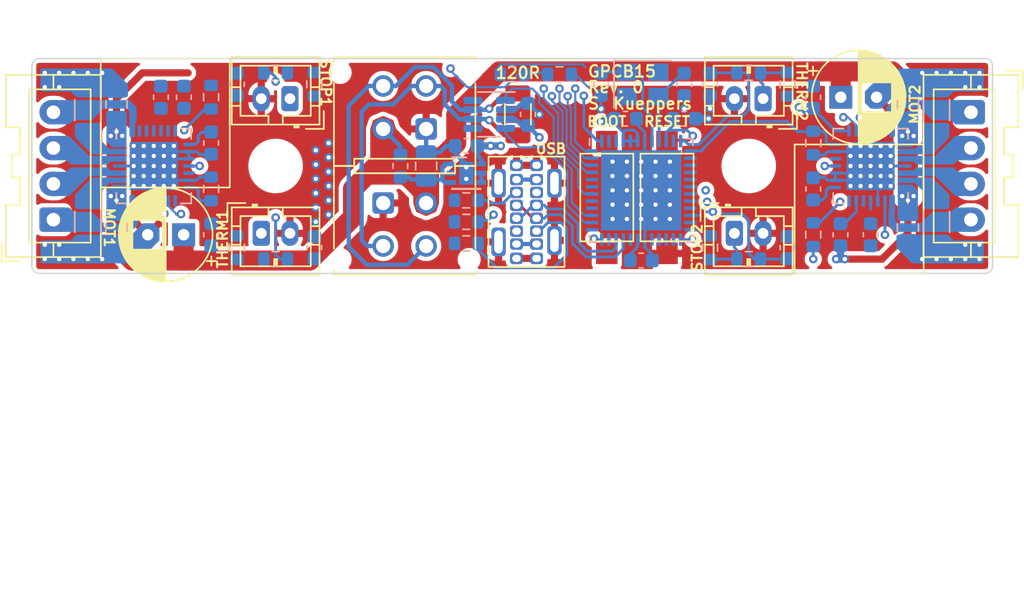
<source format=kicad_pcb>
(kicad_pcb (version 20211014) (generator pcbnew)
  (layers (0 "F.Cu" signal) (1 "In1.Cu" signal) (2 "In2.Cu" signal) (31 "B.Cu" signal) (34 "B.Paste" user) (35 "F.Paste" user) (36 "B.SilkS" user "B.Silkscreen") (37 "F.SilkS" user "F.Silkscreen") (38 "B.Mask" user) (39 "F.Mask" user) (44 "Edge.Cuts" user))
  (net 0 "")
  (net 8 "/M0_A1")
  (net 9 "/M0_A2")
  (net 10 "/M0_B1")
  (net 11 "/M0_B2")
  (net 14 "Net-(C10-Pad2)")
  (net 15 "Net-(J10-PadA4)")
  (net 16 "Net-(C5-Pad1)")
  (net 17 "Net-(C5-Pad2)")
  (net 18 "Net-(C6-Pad1)")
  (net 19 "/USB_DM")
  (net 20 "/USB_DP")
  (net 21 "GND")
  (net 22 "Net-(U2-Pad8)")
  (net 23 "Net-(U2-Pad9)")
  (net 26 "+VDC")
  (net 27 "+3V3")
  (net 28 "/M0_ENN")
  (net 29 "/M0_DIAG")
  (net 30 "/M0_STEP")
  (net 31 "/M0_DIR")
  (net 32 "/M0_BRB")
  (net 33 "/M0_BRA")
  (net 34 "Net-(C13-Pad1)")
  (net 35 "Net-(C13-Pad2)")
  (net 36 "Net-(C14-Pad2)")
  (net 37 "Net-(C16-Pad1)")
  (net 38 "/M1_A2")
  (net 39 "/M1_A1")
  (net 40 "/M1_B1")
  (net 41 "/M1_B2")
  (net 42 "/M1_ENN")
  (net 43 "/M1_BRB")
  (net 44 "/M1_BRA")
  (net 46 "/M1_DIAG")
  (net 48 "/M1_STEP")
  (net 50 "/M1_DIR")
  (net 54 "/CANH")
  (net 55 "/CANL")
  (net 56 "/USB_CC2")
  (net 57 "/USB_CC1")
  (net 58 "/M0_UART")
  (net 59 "/M1_UART")
  (net 64 "/M1_UART_RX")
  (net 65 "/CAN_RX")
  (net 66 "/CAN_TX")
  (net 67 "/BOOT0")
  (net 68 "/ENDSTOP1")
  (net 69 "/ENDSTOP2")
  (net 70 "Net-(J7-Pad1)")
  (net 71 "Net-(J8-Pad1)")
  (net 72 "Net-(FB1-Pad2)")
  (net 73 "Net-(J4-Pad1)")
  (net 74 "Net-(J3-Pad1)")
  (net 75 "/M1_THERM")
  (net 76 "/M0_THERM")
  (net 80 "/M0_UART_RX")
  (net 84 "/CHAM_THERM")
  (net 87 "Net-(J10-PadB8)")
  (net 88 "Net-(J10-PadA8)")
  (net 90 "/NRST")
  (footprint "Project:Molex_Micro-Fit_3.0_43045-0412_2x02_P3.00mm_Vertical" (layer "F.Cu") (at 139 89.415 180)
    (fp_text reference "J2" hide)
    (fp_text value "CAN_OUT")
  )
  (footprint "MountingHole:MountingHole_3.2mm_M3_DIN965" (layer "F.Cu") (at 128.5 92)
    (fp_text reference "H1" hide)
    (fp_text value "MountingHole")
  )
  (footprint "Connector_JST:JST_XA_B04B-XASK-1_1x04_P2.50mm_Vertical" (layer "F.Cu") (at 113 95.75 90)
    (fp_text reference "J6" hide)
    (fp_text value "Conn_01x04_Male")
  )
  (footprint "MountingHole:MountingHole_3.2mm_M3_DIN965" (layer "F.Cu") (at 161.5 92)
    (fp_text reference "H2" hide)
    (fp_text value "MountingHole")
  )
  (footprint "Connector_JST:JST_PH_B2B-PH-K_1x02_P2.00mm_Vertical" (layer "F.Cu") (at 127.5 96.7)
    (fp_text reference "J4" hide)
    (fp_text value "M1_THERM")
  )
  (footprint "Project:TMC2209-Heatsink" (layer "F.Cu") (at 120.8 89)
    (fp_text reference "HS2" hide)
    (fp_text value "Heatsink")
  )
  (footprint "Capacitor_THT:CP_Radial_D6.3mm_P2.50mm" (layer "F.Cu") (at 122.082379 96.8 180)
    (fp_text reference "C17" hide)
    (fp_text value "100u/35V/105°C")
  )
  (footprint "Button_Switch_SMD:SW_SPST_CK_RS282G05A3" (layer "F.Cu") (at 155.8 94.2 -90)
    (fp_text reference "SW2" hide)
    (fp_text value "SW_Push")
  )
  (footprint "Project:TMC2209-Heatsink" (layer "F.Cu") (at 169.2 95)
    (fp_text reference "HS1" hide)
    (fp_text value "Heatsink")
  )
  (footprint "Connector_JST:JST_PH_B2B-PH-K_1x02_P2.00mm_Vertical" (layer "F.Cu") (at 162.5 87.3 180)
    (fp_text reference "J7" hide)
    (fp_text value "ENDSTOP1")
  )
  (footprint "Capacitor_THT:CP_Radial_D6.3mm_P2.50mm" (layer "F.Cu") (at 167.917621 87.2)
    (fp_text reference "C1" hide)
    (fp_text value "100u/35V/105°C")
  )
  (footprint "Connector_JST:JST_PH_B2B-PH-K_1x02_P2.00mm_Vertical" (layer "F.Cu") (at 129.5 87.3 180)
    (fp_text reference "J8" hide)
    (fp_text value "ENDSTOP2")
  )
  (footprint "Project:TYPE-C 16PLC-H10.0" (layer "F.Cu") (at 146 95.2 -90)
    (fp_text reference "J10" hide)
    (fp_text value "USB_C_Receptacle_USB2.0")
  )
  (footprint "Project:Molex_Micro-Fit_3.0_43045-0412_2x02_P3.00mm_Vertical" (layer "F.Cu") (at 136 94.585)
    (fp_text reference "J1" hide)
    (fp_text value "CAN_IN")
  )
  (footprint "Resistor_SMD:R_1206_3216Metric" (layer "F.Cu") (at 145.4 88.4 90)
    (fp_text reference "R19" hide)
    (fp_text value "N.M. (120R)")
  )
  (footprint "Button_Switch_SMD:SW_SPST_CK_RS282G05A3" (layer "F.Cu") (at 151.6 94.2 90)
    (fp_text reference "SW1" hide)
    (fp_text value "SW_Push")
  )
  (footprint "Connector_JST:JST_XA_B04B-XASK-1_1x04_P2.50mm_Vertical" (layer "F.Cu") (at 177 88.25 -90)
    (fp_text reference "J5" hide)
    (fp_text value "Conn_01x04_Male")
  )
  (footprint "Connector_JST:JST_PH_B2B-PH-K_1x02_P2.00mm_Vertical" (layer "F.Cu") (at 160.5 96.7)
    (fp_text reference "J3" hide)
    (fp_text value "M0_THERM")
  )
  (footprint "Capacitor_SMD:C_0603_1608Metric" (layer "B.Cu") (at 154 98.6 180)
    (fp_text reference "C26" hide)
    (fp_text value "100n/X5R/50V")
  )
  (footprint "Capacitor_SMD:C_0603_1608Metric" (layer "B.Cu") (at 146.1 88.4 -90)
    (fp_text reference "C22" hide)
    (fp_text value "4.7u/X5R/10V")
  )
  (footprint "Resistor_SMD:R_1206_3216Metric" (layer "B.Cu") (at 115.4 95.9 90)
    (fp_text reference "R10" hide)
    (fp_text value "0R11")
  )
  (footprint "Package_TO_SOT_SMD:SOT-23-8" (layer "B.Cu") (at 143.4 88.4 180)
    (fp_text reference "U4" hide)
    (fp_text value "TCAN334")
  )
  (footprint "Resistor_SMD:R_0603_1608Metric" (layer "B.Cu") (at 166 90.4 -90)
    (fp_text reference "R3" hide)
    (fp_text value "10K")
  )
  (footprint "Resistor_SMD:R_1206_3216Metric" (layer "B.Cu") (at 115.4 88.1 -90)
    (fp_text reference "R9" hide)
    (fp_text value "0R11")
  )
  (footprint "Resistor_SMD:R_0603_1608Metric" (layer "B.Cu") (at 124 93.6 90)
    (fp_text reference "R7" hide)
    (fp_text value "10K")
  )
  (footprint "Capacitor_SMD:C_0603_1608Metric" (layer "B.Cu") (at 125.8 86.3 90)
    (fp_text reference "C28" hide)
    (fp_text value "100n/X5R/50V")
  )
  (footprint "Capacitor_SMD:C_0603_1608Metric" (layer "B.Cu") (at 157 86.3 90)
    (fp_text reference "C4" hide)
    (fp_text value "22p/NP0")
  )
  (footprint "Resistor_SMD:R_0603_1608Metric" (layer "B.Cu") (at 131.2 86.3 90)
    (fp_text reference "R23" hide)
    (fp_text value "4.7K")
  )
  (footprint "Capacitor_SMD:C_0805_2012Metric" (layer "B.Cu") (at 117.4 96.3 90)
    (fp_text reference "C12" hide)
    (fp_text value "1u/X5R/50V")
  )
  (footprint "Resistor_SMD:R_0603_1608Metric" (layer "B.Cu") (at 161.5 85.5)
    (fp_text reference "R20" hide)
    (fp_text value "4.7K")
  )
  (footprint "Capacitor_SMD:C_0603_1608Metric" (layer "B.Cu") (at 157 88.7 180)
    (fp_text reference "C21" hide)
    (fp_text value "100n/X5R/50V")
  )
  (footprint "Resistor_SMD:R_0603_1608Metric" (layer "B.Cu") (at 128.5 85.5)
    (fp_text reference "R21" hide)
    (fp_text value "4.7K")
  )
  (footprint "Resistor_SMD:R_0603_1608Metric" (layer "B.Cu") (at 148.3 85.6 180)
    (fp_text reference "R14" hide)
    (fp_text value "4.7K")
  )
  (footprint "Inductor_SMD:L_0603_1608Metric" (layer "B.Cu") (at 137.2 92 -90)
    (fp_text reference "FB1" hide)
    (fp_text value "600R@100MHz")
  )
  (footprint "Resistor_SMD:R_0603_1608Metric" (layer "B.Cu") (at 141.8 95.9 180)
    (fp_text reference "R16" hide)
    (fp_text value "10K")
  )
  (footprint "Resistor_SMD:R_1206_3216Metric" (layer "B.Cu") (at 174.6 88.1 -90)
    (fp_text reference "R2" hide)
    (fp_text value "0R11")
  )
  (footprint "Capacitor_SMD:C_0603_1608Metric" (layer "B.Cu") (at 152.9 88.7 180)
    (fp_text reference "C24" hide)
    (fp_text value "100n/X5R/50V")
  )
  (footprint "Capacitor_SMD:C_0603_1608Metric" (layer "B.Cu") (at 170 96.8 -90)
    (fp_text reference "C5" hide)
    (fp_text value "22n/X5R/50V")
  )
  (footprint "Capacitor_SMD:C_0805_2012Metric" (layer "B.Cu") (at 117.4 87.7 -90)
    (fp_text reference "C15" hide)
    (fp_text value "1u/X5R/50V")
  )
  (footprint "Capacitor_SMD:C_0603_1608Metric" (layer "B.Cu") (at 124 90.4 90)
    (fp_text reference "C14" hide)
    (fp_text value "4.7u/X5R/10V")
  )
  (footprint "Capacitor_SMD:C_0603_1608Metric" (layer "B.Cu") (at 166 93.6 -90)
    (fp_text reference "C10" hide)
    (fp_text value "4.7u/X5R/10V")
  )
  (footprint "Capacitor_SMD:C_0805_2012Metric" (layer "B.Cu") (at 172.6 87.7 -90)
    (fp_text reference "C8" hide)
    (fp_text value "1u/X5R/50V")
  )
  (footprint "Resistor_SMD:R_0603_1608Metric" (layer "B.Cu") (at 145 85.6 180)
    (fp_text reference "TH1" hide)
    (fp_text value "Thermistor")
  )
  (footprint "Resistor_SMD:R_1206_3216Metric" (layer "B.Cu") (at 174.6 95.9 90)
    (fp_text reference "R1" hide)
    (fp_text value "0R11")
  )
  (footprint "Capacitor_SMD:C_0603_1608Metric" (layer "B.Cu") (at 151.2 86.3 90)
    (fp_text reference "C3" hide)
    (fp_text value "22p/NP0")
  )
  (footprint "Capacitor_SMD:C_0603_1608Metric" (layer "B.Cu") (at 164.2 97.7 -90)
    (fp_text reference "C11" hide)
    (fp_text value "100n/X5R/50V")
  )
  (footprint "Resistor_SMD:R_0603_1608Metric" (layer "B.Cu") (at 141.8 94.4 180)
    (fp_text reference "R13" hide)
    (fp_text value "5.1K")
  )
  (footprint "Capacitor_SMD:C_0603_1608Metric" (layer "B.Cu") (at 122.1 87.2 90)
    (fp_text reference "C16" hide)
    (fp_text value "100n/X5R/50V")
  )
  (footprint "Project:QFN-28-1EP_5x5mm_P0.5mm_EP3.35x3.35mm" (layer "B.Cu") (at 170 92 90)
    (fp_text reference "U1" hide)
    (fp_text value "TMC2209-LA-T")
  )
  (footprint "Capacitor_SMD:C_0603_1608Metric" (layer "B.Cu") (at 158.8 86.3 90)
    (fp_text reference "C27" hide)
    (fp_text value "100n/X5R/50V")
  )
  (footprint "Resistor_SMD:R_0603_1608Metric" (layer "B.Cu") (at 161.5 98.5 180)
    (fp_text reference "R5" hide)
    (fp_text value "4.7K")
  )
  (footprint "Capacitor_SMD:C_0603_1608Metric" (layer "B.Cu") (at 166 87.2 -90)
    (fp_text reference "C7" hide)
    (fp_text value "100n/X5R/50V")
  )
  (footprint "Resistor_SMD:R_0603_1608Metric" (layer "B.Cu") (at 141.8 97.4 180)
    (fp_text reference "R15" hide)
    (fp_text value "5.1K")
  )
  (footprint "Capacitor_SMD:C_0603_1608Metric" (layer "B.Cu") (at 167.9 96.8 -90)
    (fp_text reference "C6" hide)
    (fp_text value "100n/X5R/50V")
  )
  (footprint "Package_DFN_QFN:DFN-6-1EP_2x2mm_P0.65mm_EP1x1.6mm" (layer "B.Cu") (at 141.8 92.5 180)
    (fp_text reference "U5" hide)
    (fp_text value "NCP730BMT330TBG")
  )
  (footprint "Capacitor_SMD:C_0603_1608Metric" (layer "B.Cu") (at 124 96.8 90)
    (fp_text reference "C2" hide)
    (fp_text value "100n/X5R/50V")
  )
  (footprint "Crystal:Crystal_SMD_3225-4Pin_3.2x2.5mm" (layer "B.Cu") (at 154.1 86.3)
    (fp_text reference "Y1" hide)
    (fp_text value "Crystal_GND24")
  )
  (footprint "Resistor_SMD:R_0603_1608Metric" (layer "B.Cu") (at 125.8 97.7 -90)
    (fp_text reference "R12" hide)
    (fp_text value "4.7K")
  )
  (footprint "Resistor_SMD:R_0603_1608Metric" (layer "B.Cu") (at 128.5 98.5 180)
    (fp_text reference "R11" hide)
    (fp_text value "4.7K")
  )
  (footprint "Capacitor_SMD:C_0805_2012Metric" (layer "B.Cu") (at 139 92 -90)
    (fp_text reference "C29" hide)
    (fp_text value "1u/X5R/50V")
  )
  (footprint "Resistor_SMD:R_0603_1608Metric" (layer "B.Cu") (at 164.2 86.3 90)
    (fp_text reference "R22" hide)
    (fp_text value "4.7K")
  )
  (footprint "Capacitor_SMD:C_0603_1608Metric" (layer "B.Cu") (at 120.5 87.2 90)
    (fp_text reference "C13" hide)
    (fp_text value "22n/X5R/50V")
  )
  (footprint "Resistor_SMD:R_0603_1608Metric" (layer "B.Cu") (at 158.8 97.7 -90)
    (fp_text reference "R6" hide)
    (fp_text value "4.7K")
  )
  (footprint "Capacitor_SMD:C_0805_2012Metric" (layer "B.Cu") (at 172.6 96.3 90)
    (fp_text reference "C9" hide)
    (fp_text value "1u/X5R/50V")
  )
  (footprint "Project:QFN-28-1EP_5x5mm_P0.5mm_EP3.35x3.35mm" (layer "B.Cu") (at 120 92 -90)
    (fp_text reference "U3" hide)
    (fp_text value "TMC2209-LA-T")
  )
  (footprint "Capacitor_SMD:C_0603_1608Metric" (layer "B.Cu") (at 131.2 97.7 -90)
    (fp_text reference "C18" hide)
    (fp_text value "100n/X5R/50V")
  )
  (footprint "Resistor_SMD:R_0603_1608Metric" (layer "B.Cu") (at 124 87.2 -90)
    (fp_text reference "R8" hide)
    (fp_text value "10K")
  )
  (footprint "Resistor_SMD:R_0603_1608Metric" (layer "B.Cu") (at 166 96.8 90)
    (fp_text reference "R4" hide)
    (fp_text value "10K")
  )
  (footprint "Capacitor_SMD:C_0603_1608Metric" (layer "B.Cu") (at 141.8 90.6)
    (fp_text reference "C30" hide)
    (fp_text value "4.7u/X5R/10V")
  )
  (footprint "Package_DFN_QFN:QFN-48-1EP_7x7mm_P0.5mm_EP5.6x5.6mm" (layer "B.Cu") (at 154 93.7 -90)
    (fp_text reference "U2" hide)
    (fp_text value "STM32G0B1CEU6")
  )
  (gr_arc (start 178.5 99) (mid 178.353553 99.353553) (end 178 99.5) (layer "Edge.Cuts") (width 0.1))
  (gr_line (start 111.5 85) (end 111.5 99) (layer "Edge.Cuts") (width 0.1))
  (gr_line (start 112 99.5) (end 178 99.5) (layer "Edge.Cuts") (width 0.1))
  (gr_arc (start 111.5 85) (mid 111.646447 84.646447) (end 112 84.5) (layer "Edge.Cuts") (width 0.1))
  (gr_arc (start 112 99.5) (mid 111.646447 99.353553) (end 111.5 99) (layer "Edge.Cuts") (width 0.1))
  (gr_line (start 178.5 99) (end 178.5 85) (layer "Edge.Cuts") (width 0.1))
  (gr_line (start 178 84.5) (end 112 84.5) (layer "Edge.Cuts") (width 0.1))
  (gr_arc (start 178 84.5) (mid 178.353553 84.646447) (end 178.5 85) (layer "Edge.Cuts") (width 0.1))
  (gr_text "RESET" (at 155.8 88.9) (layer "F.SilkS") (effects (font (size 0.7 0.7))))
  (gr_text "USB" (at 147.7 90.8) (layer "F.SilkS") (effects (font (size 0.7 0.7))))
  (gr_text "MOT2" (at 173.1 87.7 90) (layer "F.SilkS") (effects (font (size 0.7 0.7))))
  (gr_text "STOP2" (at 157.9 97.7 90) (layer "F.SilkS") (effects (font (size 0.7 0.7))))
  (gr_text "THERM1" (at 124.8 97.1 90) (layer "F.SilkS") (effects (font (size 0.7 0.7))))
  (gr_text "STOP1" (at 132 86.2 270) (layer "F.SilkS") (effects (font (size 0.7 0.7))))
  (gr_text "THERM2" (at 165.2 86.8 270) (layer "F.SilkS") (effects (font (size 0.7 0.7))))
  (gr_text "GPCB15\n" (at 150.2 85.4) (layer "F.SilkS") (effects (font (size 0.8 0.8)) (justify left)))
  (gr_text "BOOT" (at 151.6 88.9) (layer "F.SilkS") (effects (font (size 0.7 0.7))))
  (gr_text "\nS. Kueppers" (at 150.2 87) (layer "F.SilkS") (effects (font (size 0.8 0.8)) (justify left)))
  (gr_text "Rev. 0" (at 150.2 86.5) (layer "F.SilkS") (effects (font (size 0.8 0.8)) (justify left)))
  (gr_text "120R" (at 145.4 85.5) (layer "F.SilkS") (effects (font (size 0.8 0.8))))
  (gr_text "MOT1" (at 116.9 96.3 270) (layer "F.SilkS") (effects (font (size 0.7 0.7))))
  (segment (start 166.625 94.375) (end 166 94.375) (width 0.2) (layer "B.Cu") (net 14))
  (segment (start 167.55 93.5) (end 167.1 93.5) (width 0.2) (layer "B.Cu") (net 14))
  (segment (start 167.1 93.5) (end 166.9 93.7) (width 0.2) (layer "B.Cu") (net 14))
  (segment (start 166.9 94.1) (end 166.625 94.375) (width 0.2) (layer "B.Cu") (net 14))
  (segment (start 166.9 93.7) (end 166.9 94.1) (width 0.2) (layer "B.Cu") (net 14))
  (segment (start 146.7 92.95) (end 145.3 92.95) (width 0.3) (layer "B.Cu") (net 15))
  (segment (start 145.3 97.45) (end 146.7 97.45) (width 0.3) (layer "B.Cu") (net 15))
  (segment (start 170 94.45) (end 170 95) (width 0.2) (layer "B.Cu") (net 16))
  (segment (start 169 94.45) (end 169 95) (width 0.2) (layer "B.Cu") (net 18))
  (segment (start 168.175 96.025) (end 168 96.025) (width 0.2) (layer "B.Cu") (net 18))
  (segment (start 169 95.2) (end 168.175 96.025) (width 0.2) (layer "B.Cu") (net 18))
  (segment (start 146.45 95.65) (end 145.55 94.75) (width 0.2) (layer "F.Cu") (net 19))
  (segment (start 146.7 95.65) (end 146.45 95.65) (width 0.2) (layer "F.Cu") (net 19))
  (segment (start 145.55 94.75) (end 145.3 94.75) (width 0.2) (layer "F.Cu") (net 19))
  (segment (start 152.165486 98.34952) (end 152.75 97.765006) (width 0.2) (layer "B.Cu") (net 19))
  (segment (start 146.7 95.65) (end 147.25 95.65) (width 0.2) (layer "B.Cu") (net 19))
  (segment (start 148.4 95.4) (end 149.2 96.2) (width 0.2) (layer "B.Cu") (net 19))
  (segment (start 149.2 96.2) (end 149.2 97.4) (width 0.2) (layer "B.Cu") (net 19))
  (segment (start 147.25 95.65) (end 147.5 95.4) (width 0.2) (layer "B.Cu") (net 19))
  (segment (start 149.2 97.4) (end 150.14952 98.34952) (width 0.2) (layer "B.Cu") (net 19))
  (segment (start 150.14952 98.34952) (end 152.165486 98.34952) (width 0.2) (layer "B.Cu") (net 19))
  (segment (start 152.75 97.765006) (end 152.75 97.1375) (width 0.2) (layer "B.Cu") (net 19))
  (segment (start 147.5 95.4) (end 148.4 95.4) (width 0.2) (layer "B.Cu") (net 19))
  (segment (start 148.55 95) (end 149.6 96.05) (width 0.2) (layer "B.Cu") (net 20))
  (segment (start 149.6 97.305704) (end 150.244296 97.95) (width 0.2) (layer "B.Cu") (net 20))
  (segment (start 146.7 94.75) (end 147.25 94.75) (width 0.2) (layer "B.Cu") (net 20))
  (segment (start 152.25 97.7) (end 152.25 97.1375) (width 0.2) (layer "B.Cu") (net 20))
  (segment (start 152 97.95) (end 152.25 97.7) (width 0.2) (layer "B.Cu") (net 20))
  (segment (start 146.7 94.75) (end 146.45 94.75) (width 0.2) (layer "B.Cu") (net 20))
  (segment (start 145.55 95.65) (end 145.3 95.65) (width 0.2) (layer "B.Cu") (net 20))
  (segment (start 150.244296 97.95) (end 152 97.95) (width 0.2) (layer "B.Cu") (net 20))
  (segment (start 147.5 95) (end 148.55 95) (width 0.2) (layer "B.Cu") (net 20))
  (segment (start 149.6 96.05) (end 149.6 97.305704) (width 0.2) (layer "B.Cu") (net 20))
  (segment (start 146.45 94.75) (end 145.55 95.65) (width 0.2) (layer "B.Cu") (net 20))
  (segment (start 147.25 94.75) (end 147.5 95) (width 0.2) (layer "B.Cu") (net 20))
  (via (at 155 94.7) (size 0.6) (drill 0.3) (layers "F.Cu" "B.Cu") (net 21))
  (via (at 131.3 95.9) (size 0.6) (drill 0.3) (layers "F.Cu" "B.Cu") (net 21))
  (via (at 132.2 95.4) (size 0.6) (drill 0.3) (layers "F.Cu" "B.Cu") (net 21))
  (via (at 132.2 93.4) (size 0.6) (drill 0.3) (layers "F.Cu" "B.Cu") (net 21))
  (via (at 114.4 85.5) (size 0.6) (drill 0.3) (layers "F.Cu" "B.Cu") (net 21))
  (via (at 173.6 98.5) (size 0.6) (drill 0.3) (layers "F.Cu" "B.Cu") (net 21))
  (via (at 168.6 92) (size 0.6) (drill 0.3) (layers "F.Cu" "B.Cu") (net 21))
  (via (at 170.7 92.7) (size 0.6) (drill 0.3) (layers "F.Cu" "B.Cu") (net 21))
  (via (at 120.7 90.6) (size 0.6) (drill 0.3) (layers "F.Cu" "B.Cu") (net 21))
  (via (at 154 95.7) (size 0.6) (drill 0.3) (layers "F.Cu" "B.Cu") (net 21))
  (via (at 171.4 90.6) (size 0.6) (drill 0.3) (layers "F.Cu" "B.Cu") (net 21))
  (via (at 131.3 91.9) (size 0.6) (drill 0.3) (layers "F.Cu" "B.Cu") (net 21))
  (via (at 154 92.7) (size 0.6) (drill 0.3) (layers "F.Cu" "B.Cu") (net 21))
  (via (at 156 94.7) (size 0.6) (drill 0.3) (layers "F.Cu" "B.Cu") (net 21))
  (via (at 113.4 85.5) (size 0.6) (drill 0.3) (layers "F.Cu" "B.Cu") (net 21))
  (via (at 170.7 90.6) (size 0.6) (drill 0.3) (layers "F.Cu" "B.Cu") (net 21))
  (via (at 156 92.7) (size 0.6) (drill 0.3) (layers "F.Cu" "B.Cu") (net 21))
  (via (at 132.2 92.4) (size 0.6) (drill 0.3) (layers "F.Cu" "B.Cu") (net 21))
  (via (at 169.3 92.7) (size 0.6) (drill 0.3) (layers "F.Cu" "B.Cu") (net 21))
  (via (at 168.6 92.7) (size 0.6) (drill 0.3) (layers "F.Cu" "B.Cu") (net 21))
  (via (at 112.4 86.5) (size 0.6) (drill 0.3) (layers "F.Cu" "B.Cu") (net 21))
  (via (at 177.6 85.5) (size 0.6) (drill 0.3) (layers "F.Cu" "B.Cu") (net 21))
  (via (at 175.6 98.5) (size 0.6) (drill 0.3) (layers "F.Cu" "B.Cu") (net 21))
  (via (at 120 93.4) (size 0.6) (drill 0.3) (layers "F.Cu" "B.Cu") (net 21))
  (via (at 152 95.7) (size 0.6) (drill 0.3) (layers "F.Cu" "B.Cu") (net 21))
  (via (at 120.7 92) (size 0.6) (drill 0.3) (layers "F.Cu" "B.Cu") (net 21))
  (via (at 141.8 92.9) (size 0.6) (drill 0.3) (layers "F.Cu" "B.Cu") (net 21))
  (via (at 115.4 85.5) (size 0.6) (drill 0.3) (layers "F.Cu" "B.Cu") (net 21))
  (via (at 171.4 91.3) (size 0.6) (drill 0.3) (layers "F.Cu" "B.Cu") (net 21))
  (via (at 118.6 93.4) (size 0.6) (drill 0.3) (layers "F.Cu" "B.Cu") (net 21))
  (via (at 175.6 85.5) (size 0.6) (drill 0.3) (layers "F.Cu" "B.Cu") (net 21))
  (via (at 174.6 85.5) (size 0.6) (drill 0.3) (layers "F.Cu" "B.Cu") (net 21))
  (via (at 170.7 91.3) (size 0.6) (drill 0.3) (layers "F.Cu" "B.Cu") (net 21))
  (via (at 176.6 97.5) (size 0.6) (drill 0.3) (layers "F.Cu" "B.Cu") (net 21))
  (via (at 120 92.7) (size 0.6) (drill 0.3) (layers "F.Cu" "B.Cu") (net 21))
  (via (at 120.7 93.4) (size 0.6) (drill 0.3) (layers "F.Cu" "B.Cu") (net 21))
  (via (at 170.7 92) (size 0.6) (drill 0.3) (layers "F.Cu" "B.Cu") (net 21))
  (via (at 171.4 92.7) (size 0.6) (drill 0.3) (layers "F.Cu" "B.Cu") (net 21))
  (via (at 121.4 92) (size 0.6) (drill 0.3) (layers "F.Cu" "B.Cu") (net 21))
  (via (at 113.4 97.5) (size 0.6) (drill 0.3) (layers "F.Cu" "B.Cu") (net 21))
  (via (at 171.4 92) (size 0.6) (drill 0.3) (layers "F.Cu" "B.Cu") (net 21))
  (via (at 131.3 90.9) (size 0.6) (drill 0.3) (layers "F.Cu" "B.Cu") (net 21))
  (via (at 153 92.7) (size 0.6) (drill 0.3) (layers "F.Cu" "B.Cu") (net 21))
  (via (at 155 91.7) (size 0.6) (drill 0.3) (layers "F.Cu" "B.Cu") (net 21))
  (via (at 170 92) (size 0.6) (drill 0.3) (layers "F.Cu" "B.Cu") (net 21))
  (via (at 170 93.4) (size 0.6) (drill 0.3) (layers "F.Cu" "B.Cu") (net 21))
  (via (at 176.6 98.5) (size 0.6) (drill 0.3) (layers "F.Cu" "B.Cu") (net 21))
  (via (at 132.2 91.4) (size 0.6) (drill 0.3) (layers "F.Cu" "B.Cu") (net 21))
  (via (at 174.6 98.5) (size 0.6) (drill 0.3) (layers "F.Cu" "B.Cu") (net 21))
  (via (at 131.3 94.9) (size 0.6) (drill 0.3) (layers "F.Cu" "B.Cu") (net 21))
  (via (at 113.4 98.5) (size 0.6) (drill 0.3) (layers "F.Cu" "B.Cu") (net 21))
  (via (at 121.4 93.4) (size 0.6) (drill 0.3) (layers "F.Cu" "B.Cu") (net 21))
  (via (at 113.4 86.5) (size 0.6) (drill 0.3) (layers "F.Cu" "B.Cu") (net 21))
  (via (at 156 95.7) (size 0.6) (drill 0.3) (layers "F.Cu" "B.Cu") (net 21))
  (via (at 155 93.7) (size 0.6) (drill 0.3) (layers "F.Cu" "B.Cu") (net 21))
  (via (at 153 93.7) (size 0.6) (drill 0.3) (layers "F.Cu" "B.Cu") (net 21))
  (via (at 156 91.7) (size 0.6) (drill 0.3) (layers "F.Cu" "B.Cu") (net 21))
  (via (at 155 92.7) (size 0.6) (drill 0.3) (layers "F.Cu" "B.Cu") (net 21))
  (via (at 116.4 98.5) (size 0.6) (drill 0.3) (layers "F.Cu" "B.Cu") (net 21))
  (via (at 118.6 92.7) (size 0.6) (drill 0.3) (layers "F.Cu" "B.Cu") (net 21))
  (via (at 158.7 88.7) (size 0.6) (drill 0.3) (layers "F.Cu" "B.Cu") (net 21))
  (via (at 152 94.7) (size 0.6) (drill 0.3) (layers "F.Cu" "B.Cu") (net 21))
  (via (at 152 93.7) (size 0.6) (drill 0.3) (layers "F.Cu" "B.Cu") (net 21))
  (via (at 173.6 85.5) (size 0.6) (drill 0.3) (layers "F.Cu" "B.Cu") (net 21))
  (via (at 157 88) (size 0.6) (drill 0.3) (layers "F.Cu" "B.Cu") (net 21))
  (via (at 152 92.7) (size 0.6) (drill 0.3) (layers "F.Cu" "B.Cu") (net 21))
  (via (at 158.8 88) (size 0.6) (drill 0.3) (layers "F.Cu" "B.Cu") (net 21))
  (via (at 176.6 86.5) (size 0.6) (drill 0.3) (layers "F.Cu" "B.Cu") (net 21))
  (via (at 119.3 91.3) (size 0.6) (drill 0.3) (layers "F.Cu" "B.Cu") (net 21))
  (via (at 151.2 88.025) (size 0.6) (drill 0.3) (layers "F.Cu" "B.Cu") (net 21))
  (via (at 177.6 98.5) (size 0.6) (drill 0.3) (layers "F.Cu" "B.Cu") (net 21))
  (via (at 156 93.7) (size 0.6) (drill 0.3) (layers "F.Cu" "B.Cu") (net 21))
  (via (at 169.3 92) (size 0.6) (drill 0.3) (layers "F.Cu" "B.Cu") (net 21))
  (via (at 112.4 97.5) (size 0.6) (drill 0.3) (layers "F.Cu" "B.Cu") (net 21))
  (via (at 170 91.3) (size 0.6) (drill 0.3) (layers "F.Cu" "B.Cu") (net 21))
  (via (at 120.7 92.7) (size 0.6) (drill 0.3) (layers "F.Cu" "B.Cu") (net 21))
  (via (at 169.3 91.3) (size 0.6) (drill 0.3) (layers "F.Cu" "B.Cu") (net 21))
  (via (at 121.4 92.7) (size 0.6) (drill 0.3) (layers "F.Cu" "B.Cu") (net 21))
  (via (at 119.3 93.4) (size 0.6) (drill 0.3) (layers "F.Cu" "B.Cu") (net 21))
  (via (at 146.9 88.4) (size 0.6) (drill 0.3) (layers "F.Cu" "B.Cu") (net 21))
  (via (at 153 95.7) (size 0.6) (drill 0.3) (layers "F.Cu" "B.Cu") (net 21))
  (via (at 176.6 85.5) (size 0.6) (drill 0.3) (layers "F.Cu" "B.Cu") (net 21))
  (via (at 154 93.7) (size 0.6) (drill 0.3) (layers "F.Cu" "B.Cu") (net 21))
  (via (at 153 94.7) (size 0.6) (drill 0.3) (layers "F.Cu" "B.Cu") (net 21))
  (via (at 132.2 90.4) (size 0.6) (drill 0.3) (layers "F.Cu" "B.Cu") (net 21))
  (via (at 169.3 93.4) (size 0.6) (drill 0.3) (layers "F.Cu" "B.Cu") (net 21))
  (via (at 131.3 92.9) (size 0.6) (drill 0.3) (layers "F.Cu" "B.Cu") (net 21))
  (via (at 119.3 92.7) (size 0.6) (drill 0.3) (layers "F.Cu" "B.Cu") (net 21))
  (via (at 168.6 93.4) (size 0.6) (drill 0.3) (layers "F.Cu" "B.Cu") (net 21))
  (via (at 152 91.7) (size 0.6) (drill 0.3) (layers "F.Cu" "B.Cu") (net 21))
  (via (at 169.3 90.6) (size 0.6) (drill 0.3) (layers "F.Cu" "B.Cu") (net 21))
  (via (at 121.4 91.3) (size 0.6) (drill 0.3) (layers "F.Cu" "B.Cu") (net 21))
  (via (at 121.4 90.6) (size 0.6) (drill 0.3) (layers "F.Cu" "B.Cu") (net 21))
  (via (at 141.8 92.1) (size 0.6) (drill 0.3) (layers "F.Cu" "B.Cu") (net 21))
  (via (at 120.7 91.3) (size 0.6) (drill 0.3) (layers "F.Cu" "B.Cu") (net 21))
  (via (at 120 90.6) (size 0.6) (drill 0.3) (layers "F.Cu" "B.Cu") (net 21))
  (via (at 170.7 93.4) (size 0.6) (drill 0.3) (layers "F.Cu" "B.Cu") (net 21))
  (via (at 177.6 86.5) (size 0.6) (drill 0.3) (layers "F.Cu" "B.Cu") (net 21))
  (via (at 131.3 93.9) (size 0.6) (drill 0.3) (layers "F.Cu" "B.Cu") (net 21))
  (via (at 120 92) (size 0.6) (drill 0.3) (layers "F.Cu" "B.Cu") (net 21))
  (via (at 153 91.7) (size 0.6) (drill 0.3) (layers "F.Cu" "B.Cu") (net 21))
  (via (at 116.4 85.5) (size 0.6) (drill 0.3) (layers "F.Cu" "B.Cu") (net 21))
  (via (at 155 95.7) (size 0.6) (drill 0.3) (layers "F.Cu" "B.Cu") (net 21))
  (via (at 177.6 97.5) (size 0.6) (drill 0.3) (layers "F.Cu" "B.Cu") (net 21))
  (via (at 119.3 90.6) (size 0.6) (drill 0.3) (layers "F.Cu" "B.Cu") (net 21))
  (via (at 154 91.7) (size 0.6) (drill 0.3) (layers "F.Cu" "B.Cu") (net 21))
  (via (at 118.6 91.3) (size 0.6) (drill 0.3) (layers "F.Cu" "B.Cu") (net 21))
  (via (at 168.6 91.3) (size 0.6) (drill 0.3) (layers "F.Cu" "B.Cu") (net 21))
  (via (at 115.4 98.5) (size 0.6) (drill 0.3) (layers "F.Cu" "B.Cu") (net 21))
  (via (at 132.2 94.4) (size 0.6) (drill 0.3) (layers "F.Cu" "B.Cu") (net 21))
  (via (at 112.4 85.5) (size 0.6) (drill 0.3) (layers "F.Cu" "B.Cu") (net 21))
  (via (at 154 94.7) (size 0.6) (drill 0.3) (layers "F.Cu" "B.Cu") (net 21))
  (via (at 112.4 98.5) (size 0.6) (drill 0.3) (layers "F.Cu" "B.Cu") (net 21))
  (via (at 170 92.7) (size 0.6) (drill 0.3) (layers "F.Cu" "B.Cu") (net 21))
  (via (at 118.6 92) (size 0.6) (drill 0.3) (layers "F.Cu" "B.Cu") (net 21))
  (via (at 168.6 90.6) (size 0.6) (drill 0.3) (layers "F.Cu" "B.Cu") (net 21))
  (via (at 120 91.3) (size 0.6) (drill 0.3) (layers "F.Cu" "B.Cu") (net 21))
  (via (at 119.3 92) (size 0.6) (drill 0.3) (layers "F.Cu" "B.Cu") (net 21))
  (via (at 171.4 93.4) (size 0.6) (drill 0.3) (layers "F.Cu" "B.Cu") (net 21))
  (via (at 114.4 98.5) (size 0.6) (drill 0.3) (layers "F.Cu" "B.Cu") (net 21))
  (via (at 170 90.6) (size 0.6) (drill 0.3) (layers "F.Cu" "B.Cu") (net 21))
  (via (at 118.6 90.6) (size 0.6) (drill 0.3) (layers "F.Cu" "B.Cu") (net 21))
  (segment (start 117.55 92) (end 120 92) (width 0.2) (layer "B.Cu") (net 21))
  (segment (start 118.6 92) (end 119.3 92) (width 0.15) (layer "B.Cu") (net 21))
  (segment (start 154.25 89.65) (end 153.675 89.075) (width 0.2) (layer "B.Cu") (net 21))
  (segment (start 154.25 93.45) (end 154 93.7) (width 0.2) (layer "B.Cu") (net 21))
  (segment (start 146.1 87.625) (end 146.125 87.625) (width 0.3) (layer "B.Cu") (net 21))
  (segment (start 169.5 92.5) (end 170 92) (width 0.2) (layer "B.Cu") (net 21))
  (segment (start 153.675 89.075) (end 153.675 88.7) (width 0.2) (layer "B.Cu") (net 21))
  (segment (start 170 89.55) (end 170 90.6) (width 0.15) (layer "B.Cu") (net 21))
  (segment (start 123.2 91.2) (end 123.975 91.2) (width 0.2) (layer "B.Cu") (net 21))
  (segment (start 170.5 94.45) (end 170.5 92.5) (width 0.15) (layer "B.Cu") (net 21))
  (segment (start 167.55 92.5) (end 167.55 93) (width 0.2) (layer "B.Cu") (net 21))
  (segment (start 144.075 85.6) (end 144.075 85.025) (width 0.15) (layer "B.Cu") (net 21))
  (segment (start 167.55 93) (end 169 93) (width 0.2) (layer "B.Cu") (net 21))
  (segment (start 149.9 84.9) (end 150.1 85.1) (width 0.15) (layer "B.Cu") (net 21))
  (segment (start 167.55 91) (end 169 91) (width 0.2) (layer "B.Cu") (net 21))
  (segment (start 141.025 90.6) (end 140.4 90.6) (width 0.3) (layer "B.Cu") (net 21))
  (segment (start 145.675 87.625) (end 146.1 87.625) (width 0.3) (layer "B.Cu") (net 21))
  (segment (start 151.2 87.1) (end 151.2 88.025) (width 0.2) (layer "B.Cu") (net 21))
  (segment (start 121 91) (end 120 92) (width 0.2) (layer "B.Cu") (net 21))
  (segment (start 154.25 90.2625) (end 154.25 93.45) (width 0.2) (layer "B.Cu") (net 21))
  (segment (start 154.25 97.65) (end 154.775 98.175) (width 0.2) (layer "B.Cu") (net 21))
  (segment (start 154.775 98.175) (end 154.775 98.6) (width 0.2) (layer "B.Cu") (net 21))
  (segment (start 167.55 93) (end 167 93) (width 0.2) (layer "B.Cu") (net 21))
  (segment (start 169 93) (end 170 92) (width 0.2) (layer "B.Cu") (net 21))
  (segment (start 122.45 91) (end 121 91) (width 0.2) (layer "B.Cu") (net 21))
  (segment (start 167 91) (end 166.775 91.225) (width 0.2) (layer "B.Cu") (net 21))
  (segment (start 170.7 92) (end 170 92) (width 0.15) (layer "B.Cu") (net 21))
  (segment (start 154.25 93.95) (end 154 93.7) (width 0.2) (layer "B.Cu") (net 21))
  (segment (start 141.025 91.125) (end 141.025 90.6) (width 0.3) (layer "B.Cu") (net 21))
  (segment (start 120 93.4) (end 120 92) (width 0.15) (layer "B.Cu") (net 21))
  (segment (start 122.45 93) (end 121 93) (width 0.2) (layer "B.Cu") (net 21))
  (segment (start 166.025 92.8) (end 166 92.825) (width 0.2) (layer "B.Cu") (net 21))
  (segment (start 123 93) (end 123.225 92.775) (width 0.2) (layer "B.Cu") (net 21))
  (segment (start 139 91.05) (end 139.95 91.05) (width 0.3) (layer "B.Cu") (net 21))
  (segment (start 122.45 91.5) (end 120.5 91.5) (width 0.2) (layer "B.Cu") (net 21))
  (segment (start 122.45 91.5) (end 122.45 91) (width 0.2) (layer "B.Cu") (net 21))
  (segment (start 144.5375 88.075) (end 145.225 88.075) (width 0.3) (layer "B.Cu") (net 21))
  (segment (start 145.225 88.075) (end 145.675 87.625) (width 0.3) (layer "B.Cu") (net 21))
  (segment (start 122.45 93) (end 123 93) (width 0.2) (layer "B.Cu") (net 21))
  (segment (start 120.5 91.5) (end 120 92) (width 0.2) (layer "B.Cu") (net 21))
  (segment (start 123 91) (end 123.2 91.2) (width 0.2) (layer "B.Cu") (net 21))
  (segment (start 172.45 92) (end 171.4 92) (width 0.2) (layer "B.Cu") (net 21))
  (segment (start 144.075 85.025) (end 144.2 84.9) (width 0.15) (layer "B.Cu") (net 21))
  (segment (start 146.125 87.625) (end 146.9 88.4) (width 0.3) (layer "B.Cu") (net 21))
  (segment (start 141.8 92.1) (end 141.8 91.9) (width 0.3) (layer "B.Cu") (net 21))
  (segment (start 139 91.05) (end 139 89.415) (width 0.3) (layer "B.Cu") (net 21))
  (segment (start 169 91) (end 170 92) (width 0.2) (layer "B.Cu") (net 21))
  (segment (start 158.8 87.075) (end 158.8 88) (width 0.5) (layer "B.Cu") (net 21))
  (segment (start 119.5 91.5) (end 120 92) (width 0.15) (layer "B.Cu") (net 21))
  (segment (start 157.775 88.7) (end 158.7 88.7) (width 0.5) (layer "B.Cu") (net 21))
  (segment (start 142.85 92.5) (end 141.8 92.5) (width 0.3) (layer "B.Cu") (net 21))
  (segment (start 154.25 97.1375) (end 154.25 97.65) (width 0.2) (layer "B.Cu") (net 21))
  (segment (start 167 93) (end 166.8 92.8) (width 0.2) (layer "B.Cu") (net 21))
  (segment (start 166.8 92.8) (end 166.025 92.8) (width 0.2) (layer "B.Cu") (net 21))
  (segment (start 157 87.075) (end 157 88) (width 0.2) (layer "B.Cu") (net 21))
  (segment (start 167.55 91) (end 167 91) (width 0.2) (layer "B.Cu") (net 21))
  (segment (start 144.2 84.9) (end 149.9 84.9) (width 0.15) (layer "B.Cu") (net 21))
  (segment (start 154.25 97.1375) (end 154.25 93.95) (width 0.2) (layer "B.Cu") (net 21))
  (segment (start 170 90.6) (end 170 92) (width 0.15) (layer "B.Cu") (net 21))
  (segment (start 166.775 91.225) (end 166 91.225) (width 0.2) (layer "B.Cu") (net 21))
  (segment (start 154.25 90.2625) (end 154.25 89.75) (width 0.2) (layer "B.Cu") (net 21))
  (segment (start 119.3 92) (end 120 92) (width 0.15) (layer "B.Cu") (net 21))
  (segment (start 123.225 92.775) (end 124 92.775) (width 0.2) (layer "B.Cu") (net 21))
  (segment (start 142.85 93.15) (end 142.85 92.5) (width 0.3) (layer "B.Cu") (net 21))
  (segment (start 171.4 92) (end 170.7 92) (width 0.15) (layer "B.Cu") (net 21))
  (segment (start 141.8 91.9) (end 141.025 91.125) (width 0.3) (layer "B.Cu") (net 21))
  (segment (start 140.4 90.6) (end 139.95 91.05) (width 0.3) (layer "B.Cu") (net 21))
  (segment (start 123.975 91.2) (end 124 91.175) (width 0.2) (layer "B.Cu") (net 21))
  (segment (start 122.45 91) (end 123 91) (width 0.2) (layer "B.Cu") (net 21))
  (segment (start 170.5 92.5) (end 170 92) (width 0.15) (layer "B.Cu") (net 21))
  (segment (start 167.55 92.5) (end 169.5 92.5) (width 0.2) (layer "B.Cu") (net 21))
  (segment (start 151.275 85.45) (end 151.2 85.525) (width 0.2) (layer "B.Cu") (net 22))
  (segment (start 154.75 90.1625) (end 154.75 88.55) (width 0.2) (layer "B.Cu") (net 22))
  (segment (start 154.75 88.55) (end 154.1 87.9) (width 0.2) (layer "B.Cu") (net 22))
  (segment (start 153 85.45) (end 151.275 85.45) (width 0.2) (layer "B.Cu") (net 22))
  (segment (start 154.1 87.9) (end 154.1 85.8) (width 0.2) (layer "B.Cu") (net 22))
  (segment (start 153.75 85.45) (end 153 85.45) (width 0.2) (layer "B.Cu") (net 22))
  (segment (start 154.1 85.8) (end 153.75 85.45) (width 0.2) (layer "B.Cu") (net 22))
  (segment (start 155.2 87.15) (end 155.25 87.15) (width 0.2) (layer "B.Cu") (net 23))
  (segment (start 155.25 90.1625) (end 155.25 87.2) (width 0.2) (layer "B.Cu") (net 23))
  (segment (start 155.25 87.15) (end 156.875 85.525) (width 0.2) (layer "B.Cu") (net 23))
  (segment (start 156.875 85.525) (end 157 85.525) (width 0.2) (layer "B.Cu") (net 23))
  (segment (start 155.25 87.2) (end 155.2 87.15) (width 0.2) (layer "B.Cu") (net 23))
  (segment (start 122.4 85.5) (end 119.2 85.5) (width 0.5) (layer "F.Cu") (net 26))
  (segment (start 139 92.5) (end 139 93.5) (width 1.4) (layer "F.Cu") (net 26))
  (segment (start 144.1 85.4) (end 143.449521 86.050479) (width 1.4) (layer "F.Cu") (net 26))
  (segment (start 170.8 98.5) (end 172.6 96.7) (width 0.5) (layer "F.Cu") (net 26))
  (segment (start 167.917621 87.2) (end 167.917621 85.517621) (width 1.4) (layer "F.Cu") (net 26))
  (segment (start 143.449521 86.050479) (end 143.449521 86.075412) (width 1.4) (layer "F.Cu") (net 26))
  (segment (start 136 90.5) (end 136 89.4) (width 1.4) (layer "F.Cu") (net 26))
  (segment (start 133.9 93.6) (end 136 91.5) (width 1.4) (layer "F.Cu") (net 26))
  (segment (start 172.6 96.7) (end 172.6 94.4) (width 0.5) (layer "F.Cu") (net 26))
  (segment (start 167.917621 85.517621) (end 167.8 85.4) (width 1.4) (layer "F.Cu") (net 26))
  (segment (start 117.4 94.4) (end 117.4 97.5) (width 1.4) (layer "F.Cu") (net 26))
  (segment (start 141.1 88.424933) (end 141.1 90.2) (width 1.4) (layer "F.Cu") (net 26))
  (segment (start 117.4 87.3) (end 117.4 89.6) (width 0.5) (layer "F.Cu") (net 26))
  (segment (start 121.9 98.6) (end 130.875067 98.6) (width 1.4) (layer "F.Cu") (net 26))
  (segment (start 167.6 98.5) (end 170.8 98.5) (width 0.5) (layer "F.Cu") (net 26))
  (segment (start 136 91.5) (end 136 90.5) (width 1.4) (layer "F.Cu") (net 26))
  (segment (start 133.9 95.575067) (end 133.9 93.6) (width 1.4) (layer "F.Cu") (net 26))
  (segment (start 119.2 85.5) (end 117.4 87.3) (width 0.5) (layer "F.Cu") (net 26))
  (segment (start 172.6 89.6) (end 172.6 86.5) (width 1.4) (layer "F.Cu") (net 26))
  (segment (start 139 93.5) (end 139 94.6) (width 1.4) (layer "F.Cu") (net 26))
  (segment (start 122.082379 96.8) (end 122.082379 98.482379) (width 1.4) (layer "F.Cu") (net 26))
  (segment (start 171.5 85.4) (end 167.8 85.4) (width 1.4) (layer "F.Cu") (net 26))
  (segment (start 143.449521 86.075412) (end 141.1 88.424933) (width 1.4) (layer "F.Cu") (net 26))
  (segment (start 167.8 85.4) (end 144.1 85.4) (width 1.4) (layer "F.Cu") (net 26))
  (segment (start 130.875067 98.6) (end 133.9 95.575067) (width 1.4) (layer "F.Cu") (net 26))
  (segment (start 172.6 86.5) (end 171.5 85.4) (width 1.4) (layer "F.Cu") (net 26))
  (segment (start 141.1 90.4) (end 139 92.5) (width 1.4) (layer "F.Cu") (net 26))
  (segment (start 118.5 98.6) (end 122.2 98.6) (width 1.4) (layer "F.Cu") (net 26))
  (segment (start 117.4 97.5) (end 118.5 98.6) (width 1.4) (layer "F.Cu") (net 26))
  (via (at 117.4 89.6) (size 0.6) (drill 0.3) (layers "F.Cu" "B.Cu") (net 26))
  (via (at 168.2 98.5) (size 0.6) (drill 0.3) (layers "F.Cu" "B.Cu") (net 26))
  (via (at 117.8 89.9) (size 0.6) (drill 0.3) (layers "F.Cu" "B.Cu") (net 26))
  (via (at 172.2 94.1) (size 0.6) (drill 0.3) (layers "F.Cu" "B.Cu") (net 26))
  (via (at 117.8 94.1) (size 0.6) (drill 0.3) (layers "F.Cu" "B.Cu") (net 26))
  (via (at 173 94.1) (size 0.6) (drill 0.3) (layers "F.Cu" "B.Cu") (net 26))
  (via (at 173 89.9) (size 0.6) (drill 0.3) (layers "F.Cu" "B.Cu") (net 26))
  (via (at 172.6 89.6) (size 0.6) (drill 0.3) (layers "F.Cu" "B.Cu") (net 26))
  (via (at 167.6 98.5) (size 0.6) (drill 0.3) (layers "F.Cu" "B.Cu") (net 26))
  (via (at 172.6 94.4) (size 0.6) (drill 0.3) (layers "F.Cu" "B.Cu") (net 26))
  (via (at 117.4 94.4) (size 0.6) (drill 0.3) (layers "F.Cu" "B.Cu") (net 26))
  (via (at 172.2 89.9) (size 0.6) (drill 0.3) (layers "F.Cu" "B.Cu") (net 26))
  (via (at 117 94.1) (size 0.6) (drill 0.3) (layers "F.Cu" "B.Cu") (net 26))
  (via (at 117 89.9) (size 0.6) (drill 0.3) (layers "F.Cu" "B.Cu") (net 26))
  (segment (start 137.2 90.615) (end 136 89.415) (width 0.3) (layer "B.Cu") (net 26))
  (segment (start 167.9 98.5) (end 167.7 98.5) (width 0.2) (layer "B.Cu") (net 26))
  (segment (start 137.2 91.2125) (end 137.2 90.615) (width 0.3) (layer "B.Cu") (net 26))
  (segment (start 167.9 97.575) (end 167.9 98.5) (width 0.5) (layer "B.Cu") (net 26))
  (segment (start 167.7 98.5) (end 168.2 98.5) (width 0.5) (layer "B.Cu") (net 26))
  (segment (start 167.6 98.5) (end 167.7 98.5) (width 0.5) (layer "B.Cu") (net 26))
  (via (at 151.2 88.9) (size 0.6) (drill 0.3) (layers "F.Cu" "B.Cu") (net 27))
  (via (at 146.9 90) (size 0.6) (drill 0.3) (layers "F.Cu" "B.Cu") (net 27))
  (via (at 143.5 90.6) (size 0.6) (drill 0.3) (layers "F.Cu" "B.Cu") (net 27))
  (via (at 165 87.9) (size 0.6) (drill 0.3) (layers "F.Cu" "B.Cu") (net 27))
  (via (at 166 98.5) (size 0.6) (drill 0.3) (layers "F.Cu" "B.Cu") (net 27))
  (via (at 144.2 90.6) (size 0.6) (drill 0.3) (layers "F.Cu" "B.Cu") (net 27))
  (segment (start 151.58497 88.7) (end 151.38497 88.9) (width 0.5) (layer "B.Cu") (net 27))
  (segment (start 152.9 89.5) (end 152.75 89.65) (width 0.2) (layer "B.Cu") (net 27))
  (segment (start 142.85 91.55) (end 142.575 91.275) (width 0.3) (layer "B.Cu") (net 27))
  (segment (start 146.125 89.225) (end 146.9 90) (width 0.3) (layer "B.Cu") (net 27))
  (segment (start 144.5375 88.725) (end 145.225 88.725) (width 0.3) (layer "B.Cu") (net 27))
  (segment (start 153.75 90.2625) (end 152.75 90.2625) (width 0.2) (layer "B.Cu") (net 27))
  (segment (start 168.5 89.55) (end 167.55 89.55) (width 0.2) (layer "B.Cu") (net 27))
  (segment (start 165.375 88.275) (end 165 87.9) (width 0.2) (layer "B.Cu") (net 27))
  (segment (start 145.225 88.725) (end 145.675 89.175) (width 0.3) (layer "B.Cu") (net 27))
  (segment (start 152.75 90.2625) (end 152.75 89.75) (width 0.2) (layer "B.Cu") (net 27))
  (segment (start 145.675 89.175) (end 146.1 89.175) (width 0.3) (layer "B.Cu") (net 27))
  (segment (start 149.125 85.6) (end 149.4 85.6) (width 0.15) (layer "B.Cu") (net 27))
  (segment (start 153.225 98.175) (end 153.225 98.6) (width 0.2) (layer "B.Cu") (net 27))
  (segment (start 151.38497 88.9) (end 151.2 88.9) (width 0.5) (layer "B.Cu") (net 27))
  (segment (start 149.4 85.6) (end 150.3 86.5) (width 0.15) (layer "B.Cu") (net 27))
  (segment (start 142.85 91.85) (end 142.85 91.55) (width 0.3) (layer "B.Cu") (net 27))
  (segment (start 142.575 90.6) (end 143.5 90.6) (width 0.5) (layer "B.Cu") (net 27))
  (segment (start 152.125 88.7) (end 151.58497 88.7) (width 0.5) (layer "B.Cu") (net 27))
  (segment (start 153.75 89.75) (end 153.5 89.5) (width 0.2) (layer "B.Cu") (net 27))
  (segment (start 166 97.625) (end 166 98.5) (width 0.2) (layer "B.Cu") (net 27))
  (segment (start 143.5 90.6) (end 144.2 90.6) (width 0.5) (layer "B.Cu") (net 27))
  (segment (start 153.75 97.1375) (end 153.75 97.65) (width 0.2) (layer "B.Cu") (net 27))
  (segment (start 152.75 89.65) (end 152.125 89.025) (width 0.2) (layer "B.Cu") (net 27))
  (segment (start 166.275 88.275) (end 165.375 88.275) (width 0.2) (layer "B.Cu") (net 27))
  (segment (start 153.5 89.5) (end 152.9 89.5) (width 0.2) (layer "B.Cu") (net 27))
  (segment (start 153.75 90.2625) (end 153.75 89.75) (width 0.2) (layer "B.Cu") (net 27))
  (segment (start 142.575 91.275) (end 142.575 90.6) (width 0.3) (layer "B.Cu") (net 27))
  (segment (start 153.75 97.65) (end 153.225 98.175) (width 0.2) (layer "B.Cu") (net 27))
  (segment (start 167.55 89.55) (end 166.275 88.275) (width 0.2) (layer "B.Cu") (net 27))
  (segment (start 152.125 89.025) (end 152.125 88.7) (width 0.2) (layer "B.Cu") (net 27))
  (via (at 157.6 97.1) (size 0.6) (drill 0.3) (layers "F.Cu" "B.Cu") (net 28))
  (via (at 171 96.8) (size 0.6) (drill 0.3) (layers "F.Cu" "B.Cu") (net 28))
  (via (at 167.8755 94.5) (size 0.6) (drill 0.3) (layers "F.Cu" "B.Cu") (net 28))
  (segment (start 167.8755 94.5245) (end 167.8755 94.5) (width 0.2) (layer "B.Cu") (net 28))
  (segment (start 157.6 97.1) (end 157.5625 97.1375) (width 0.2) (layer "B.Cu") (net 28))
  (segment (start 157.5 97.1) (end 157.4 97.2) (width 0.2) (layer "B.Cu") (net 28))
  (segment (start 171 96.8) (end 171 94.45) (width 0.2) (layer "B.Cu") (net 28))
  (segment (start 166 95.975) (end 166.425 95.975) (width 0.2) (layer "B.Cu") (net 28))
  (segment (start 157.6 97.1) (end 157.5 97.1) (width 0.2) (layer "B.Cu") (net 28))
  (segment (start 157.5625 97.1375) (end 156.75 97.1375) (width 0.2) (layer "B.Cu") (net 28))
  (segment (start 166.425 95.975) (end 167.8755 94.5245) (width 0.2) (layer "B.Cu") (net 28))
  (via (at 166.8 92) (size 0.6) (drill 0.3) (layers "F.Cu" "B.Cu") (net 29))
  (via (at 158.497314 93.7) (size 0.6) (drill 0.3) (layers "F.Cu" "B.Cu") (net 29))
  (segment (start 167.55 92) (end 166.8 92) (width 0.15) (layer "B.Cu") (net 29))
  (via (at 158.6 94.5) (size 0.6) (drill 0.3) (layers "F.Cu" "B.Cu") (net 30))
  (via (at 168.1 88.6) (size 0.6) (drill 0.3) (layers "F.Cu" "B.Cu") (net 30))
  (segment (start 158.6 94.366505) (end 158.6 94.5) (width 0.2) (layer "B.Cu") (net 30))
  (segment (start 168.1 88.6) (end 168.426618 88.6) (width 0.15) (layer "B.Cu") (net 30))
  (segment (start 168.426618 88.6) (end 169 89.173382) (width 0.15) (layer "B.Cu") (net 30))
  (segment (start 169 89.173382) (end 169 89.55) (width 0.15) (layer "B.Cu") (net 30))
  (via (at 169.258455 88.619371) (size 0.6) (drill 0.3) (layers "F.Cu" "B.Cu") (net 31))
  (via (at 159 95.2) (size 0.6) (drill 0.3) (layers "F.Cu" "B.Cu") (net 31))
  (segment (start 169.258455 88.619371) (end 170.119371 88.619371) (width 0.15) (layer "B.Cu") (net 31))
  (segment (start 170.5 89) (end 170.5 89.55) (width 0.15) (layer "B.Cu") (net 31))
  (segment (start 159 95.2) (end 158.5 95.2) (width 0.2) (layer "B.Cu") (net 31))
  (segment (start 170.119371 88.619371) (end 170.5 89) (width 0.15) (layer "B.Cu") (net 31))
  (segment (start 123.1 89.9) (end 123.375 89.625) (width 0.2) (layer "B.Cu") (net 36))
  (segment (start 122.45 90.5) (end 122.9 90.5) (width 0.2) (layer "B.Cu") (net 36))
  (segment (start 122.9 90.5) (end 123.1 90.3) (width 0.2) (layer "B.Cu") (net 36))
  (segment (start 123.1 90.3) (end 123.1 89.9) (width 0.2) (layer "B.Cu") (net 36))
  (segment (start 123.375 89.625) (end 124 89.625) (width 0.2) (layer "B.Cu") (net 36))
  (segment (start 121.825 87.975) (end 122 87.975) (width 0.2) (layer "B.Cu") (net 37))
  (via (at 149.4 86.6) (size 0.6) (drill 0.3) (layers "F.Cu" "B.Cu") (net 42))
  (via (at 122.1245 89.5) (size 0.6) (drill 0.3) (layers "F.Cu" "B.Cu") (net 42))
  (segment (start 122.1245 89.4755) (end 122.1245 89.5) (width 0.2) (layer "B.Cu") (net 42))
  (segment (start 149.4 90.3) (end 149.4 86.6) (width 0.15) (layer "B.Cu") (net 42))
  (segment (start 123.575 88.025) (end 122.1245 89.4755) (width 0.2) (layer "B.Cu") (net 42))
  (segment (start 150.05 90.95) (end 149.4 90.3) (width 0.15) (layer "B.Cu") (net 42))
  (segment (start 124 88.025) (end 123.575 88.025) (width 0.2) (layer "B.Cu") (net 42))
  (segment (start 150.5625 90.95) (end 150.05 90.95) (width 0.15) (layer "B.Cu") (net 42))
  (via (at 123.2 92) (size 0.6) (drill 0.3) (layers "F.Cu" "B.Cu") (net 46))
  (via (at 148.870022 87.129978) (size 0.6) (drill 0.3) (layers "F.Cu" "B.Cu") (net 46))
  (segment (start 148.870022 87.129978) (end 148.870022 87.700992) (width 0.15) (layer "B.Cu") (net 46))
  (segment (start 149.10048 87.93145) (end 149.10048 90.50048) (width 0.15) (layer "B.Cu") (net 46))
  (segment (start 150.05 91.45) (end 150.5625 91.45) (width 0.15) (layer "B.Cu") (net 46))
  (segment (start 122.45 92) (end 123.2 92) (width 0.15) (layer "B.Cu") (net 46))
  (segment (start 148.870022 87.700992) (end 149.10048 87.93145) (width 0.15) (layer "B.Cu") (net 46))
  (segment (start 122.45 92) (end 123.2 92) (width 0.2) (layer "B.Cu") (net 46))
  (segment (start 149.10048 90.50048) (end 150.05 91.45) (width 0.15) (layer "B.Cu") (net 46))
  (via (at 121.9 95.35) (size 0.6) (drill 0.3) (layers "F.Cu" "B.Cu") (net 48))
  (via (at 147.770022 87.129978) (size 0.6) (drill 0.3) (layers "F.Cu" "B.Cu") (net 48))
  (segment (start 150.202828 92.45) (end 148.50048 90.747652) (width 0.15) (layer "B.Cu") (net 48))
  (segment (start 121 94.776618) (end 121 94.4) (width 0.15) (layer "B.Cu") (net 48))
  (segment (start 150.5625 92.45) (end 150.202828 92.45) (width 0.15) (layer "B.Cu") (net 48))
  (segment (start 121.573382 95.35) (end 121 94.776618) (width 0.15) (layer "B.Cu") (net 48))
  (segment (start 121.9 95.35) (end 121.573382 95.35) (width 0.15) (layer "B.Cu") (net 48))
  (segment (start 121.9 95.4) (end 121.573382 95.4) (width 0.15) (layer "B.Cu") (net 48))
  (segment (start 148.50048 88.178622) (end 147.770022 87.448164) (width 0.15) (layer "B.Cu") (net 48))
  (segment (start 148.50048 90.747652) (end 148.50048 88.178622) (width 0.15) (layer "B.Cu") (net 48))
  (segment (start 147.770022 87.448164) (end 147.770022 87.129978) (width 0.15) (layer "B.Cu") (net 48))
  (via (at 148.3 86.6) (size 0.6) (drill 0.3) (layers "F.Cu" "B.Cu") (net 50))
  (via (at 120.741545 95.330629) (size 0.6) (drill 0.3) (layers "F.Cu" "B.Cu") (net 50))
  (segment (start 150.126414 91.95) (end 148.8 90.623586) (width 0.15) (layer "B.Cu") (net 50))
  (segment (start 119.5 94.95) (end 119.5 94.4) (width 0.15) (layer "B.Cu") (net 50))
  (segment (start 120.741545 95.330629) (end 119.880629 95.330629) (width 0.15) (layer "B.Cu") (net 50))
  (segment (start 150.5625 91.95) (end 150.126414 91.95) (width 0.15) (layer "B.Cu") (net 50))
  (segment (start 148.8 88.054556) (end 148.3 87.554556) (width 0.15) (layer "B.Cu") (net 50))
  (segment (start 119.880629 95.330629) (end 119.5 94.95) (width 0.15) (layer "B.Cu") (net 50))
  (segment (start 148.3 87.554556) (end 148.3 86.6) (width 0.15) (layer "B.Cu") (net 50))
  (segment (start 148.8 90.623586) (end 148.8 88.054556) (width 0.15) (layer "B.Cu") (net 50))
  (segment (start 144.4625 86.9375) (end 145.4 86.9375) (width 0.3) (layer "F.Cu") (net 54))
  (segment (start 143.4 88) (end 144.4625 86.9375) (width 0.3) (layer "F.Cu") (net 54))
  (via (at 143.4 88) (size 0.6) (drill 0.3) (layers "F.Cu" "B.Cu") (net 54))
  (segment (start 142.2625 88.075) (end 141.375 88.075) (width 0.3) (layer "B.Cu") (net 54))
  (segment (start 133.6 97.65) (end 133.6 87.8) (width 0.3) (layer "B.Cu") (net 54))
  (segment (start 134.985 86.415) (end 136 86.415) (width 0.3) (layer "B.Cu") (net 54))
  (segment (start 140.8 86.4) (end 139.5 85.1) (width 0.3) (layer "B.Cu") (net 54))
  (segment (start 136 98.9) (end 135.5 98.9) (width 0.3) (layer "B.Cu") (net 54))
  (segment (start 142.2625 88.075) (end 143.325 88.075) (width 0.3) (layer "B.Cu") (net 54))
  (segment (start 138.2 85.1) (end 136.885 86.415) (width 0.3) (layer "B.Cu") (net 54))
  (segment (start 134.85 98.9) (end 133.6 97.65) (width 0.3) (layer "B.Cu") (net 54))
  (segment (start 139 97.585) (end 137.685 98.9) (width 0.3) (layer "B.Cu") (net 54))
  (segment (start 141.375 88.075) (end 140.8 87.5) (width 0.3) (layer "B.Cu") (net 54))
  (segment (start 136 86.415) (end 135.985 86.4) (width 0.3) (layer "B.Cu") (net 54))
  (segment (start 133.6 87.8) (end 134.985 86.415) (width 0.3) (layer "B.Cu") (net 54))
  (segment (start 136 98.9) (end 134.85 98.9) (width 0.3) (layer "B.Cu") (net 54))
  (segment (start 136.885 86.415) (end 136 86.415) (width 0.3) (layer "B.Cu") (net 54))
  (segment (start 139.5 85.1) (end 138.2 85.1) (width 0.3) (layer "B.Cu") (net 54))
  (segment (start 135.5 98.9) (end 135.4 98.9) (width 0.3) (layer "B.Cu") (net 54))
  (segment (start 137.685 98.9) (end 136 98.9) (width 0.3) (layer "B.Cu") (net 54))
  (segment (start 140.8 87.5) (end 140.8 86.4) (width 0.3) (layer "B.Cu") (net 54))
  (segment (start 135.5 98.9) (end 135.3 98.9) (width 0.3) (layer "B.Cu") (net 54))
  (segment (start 143.325 88.075) (end 143.4 88) (width 0.3) (layer "B.Cu") (net 54))
  (segment (start 144.4625 89.8625) (end 145.4 89.8625) (width 0.3) (layer "F.Cu") (net 55))
  (segment (start 143.4 88.8) (end 144.4625 89.8625) (width 0.3) (layer "F.Cu") (net 55))
  (via (at 143.4 88.8) (size 0.6) (drill 0.3) (layers "F.Cu" "B.Cu") (net 55))
  (segment (start 141.325 88.725) (end 140.3 87.7) (width 0.3) (layer "B.Cu") (net 55))
  (segment (start 134.5 97.2) (end 134.885 97.585) (width 0.3) (layer "B.Cu") (net 55))
  (segment (start 140.3 86.7) (end 140.015 86.415) (width 0.3) (layer "B.Cu") (net 55))
  (segment (start 134.885 97.585) (end 136 97.585) (width 0.3) (layer "B.Cu") (net 55))
  (segment (start 134.5 88.2) (end 134.5 97.2) (width 0.3) (layer "B.Cu") (net 55))
  (segment (start 135 87.7) (end 134.5 88.2) (width 0.3) (layer "B.Cu") (net 55))
  (segment (start 136.7 87.7) (end 135 87.7) (width 0.3) (layer "B.Cu") (net 55))
  (segment (start 140.3 87.7) (end 140.3 86.7) (width 0.3) (layer "B.Cu") (net 55))
  (segment (start 142.2625 88.725) (end 143.325 88.725) (width 0.3) (layer "B.Cu") (net 55))
  (segment (start 140.015 86.415) (end 139 86.415) (width 0.3) (layer "B.Cu") (net 55))
  (segment (start 142.2625 88.725) (end 141.325 88.725) (width 0.3) (layer "B.Cu") (net 55))
  (segment (start 139 86.415) (end 137.985 86.415) (width 0.3) (layer "B.Cu") (net 55))
  (segment (start 137.985 86.415) (end 136.7 87.7) (width 0.3) (layer "B.Cu") (net 55))
  (segment (start 143.325 88.725) (end 143.4 88.8) (width 0.3) (layer "B.Cu") (net 55))
  (segment (start 166.9 90.3) (end 166.9 89.8) (width 0.2) (layer "B.Cu") (net 58))
  (segment (start 160.2 88.9) (end 164.2 88.9) (width 0.2) (layer "B.Cu") (net 58))
  (segment (start 166.675 89.575) (end 166 89.575) (width 0.2) (layer "B.Cu") (net 58))
  (segment (start 167.55 90.5) (end 167.1 90.5) (width 0.2) (layer "B.Cu") (net 58))
  (segment (start 158.25 90.85) (end 160.2 88.9) (width 0.2) (layer "B.Cu") (net 58))
  (segment (start 166.9 89.8) (end 166.675 89.575) (width 0.2) (layer "B.Cu") (net 58))
  (segment (start 164.2 88.9) (end 164.9 89.6) (width 0.2) (layer "B.Cu") (net 58))
  (segment (start 165.975 89.6) (end 166 89.575) (width 0.2) (layer "B.Cu") (net 58))
  (segment (start 164.9 89.6) (end 165.975 89.6) (width 0.2) (layer "B.Cu") (net 58))
  (segment (start 157.4375 90.95) (end 158.25 90.95) (width 0.2) (layer "B.Cu") (net 58))
  (segment (start 167.1 90.5) (end 166.9 90.3) (width 0.2) (layer "B.Cu") (net 58))
  (via (at 147.2 86.6) (size 0.6) (drill 0.3) (layers "F.Cu" "B.Cu") (net 59))
  (segment (start 123.325 94.425) (end 124 94.425) (width 0.2) (layer "B.Cu") (net 59))
  (segment (start 150.5625 93.95) (end 150.05 93.95) (width 0.15) (layer "B.Cu") (net 59))
  (segment (start 148.20048 90.871238) (end 148.20048 88.302208) (width 0.15) (layer "B.Cu") (net 59))
  (segment (start 123.1 94.2) (end 123.325 94.425) (width 0.2) (layer "B.Cu") (net 59))
  (segment (start 149.6 93.5) (end 149.6 92.270758) (width 0.15) (layer "B.Cu") (net 59))
  (segment (start 124.025 94.4) (end 124 94.425) (width 0.2) (layer "B.Cu") (net 59))
  (segment (start 122.45 93.5) (end 122.9 93.5) (width 0.2) (layer "B.Cu") (net 59))
  (segment (start 149.6 92.270758) (end 148.20048 90.871238) (width 0.15) (layer "B.Cu") (net 59))
  (segment (start 147.2 87.301728) (end 147.2 86.6) (width 0.15) (layer "B.Cu") (net 59))
  (segment (start 122.9 93.5) (end 123.1 93.7) (width 0.2) (layer "B.Cu") (net 59))
  (segment (start 123.1 93.7) (end 123.1 94.2) (width 0.2) (layer "B.Cu") (net 59))
  (segment (start 150.05 93.95) (end 149.6 93.5) (width 0.15) (layer "B.Cu") (net 59))
  (segment (start 148.20048 88.302208) (end 147.2 87.301728) (width 0.15) (layer "B.Cu") (net 59))
  (segment (start 147.18207 90.7) (end 145.5 90.7) (width 0.15) (layer "B.Cu") (net 65))
  (segment (start 144.5375 89.7375) (end 144.5375 89.375) (width 0.15) (layer "B.Cu") (net 65))
  (segment (start 145.5 90.7) (end 144.5375 89.7375) (width 0.15) (layer "B.Cu") (net 65))
  (segment (start 148.849999 92.367929) (end 147.18207 90.7) (width 0.15) (layer "B.Cu") (net 65))
  (segment (start 150.05 95.95) (end 148.849999 94.749999) (width 0.15) (layer "B.Cu") (net 65))
  (segment (start 148.849999 94.749999) (end 148.849999 92.367929) (width 0.15) (layer "B.Cu") (net 65))
  (segment (start 150.5625 95.95) (end 150.05 95.95) (width 0.15) (layer "B.Cu") (net 65))
  (segment (start 144.5375 87.0625) (end 144.8 86.8) (width 0.15) (layer "B.Cu") (net 66))
  (segment (start 146.9 87.6) (end 147.6 88.3) (width 0.15) (layer "B.Cu") (net 66))
  (segment (start 144.5375 87.425) (end 144.5375 87.0625) (width 0.15) (layer "B.Cu") (net 66))
  (segment (start 146.9 87.1) (end 146.9 87.3) (width 0.15) (layer "B.Cu") (net 66))
  (segment (start 150.5625 95.45) (end 150.05 95.45) (width 0.15) (layer "B.Cu") (net 66))
  (segment (start 147.90096 88.60096) (end 147.90096 90.4) (width 0.15) (layer "B.Cu") (net 66))
  (segment (start 147.90096 90.995303) (end 147.90096 90.3) (width 0.15) (layer "B.Cu") (net 66))
  (segment (start 150.05 95.45) (end 149.149519 94.549519) (width 0.15) (layer "B.Cu") (net 66))
  (segment (start 149.149519 92.243863) (end 147.90096 90.995303) (width 0.15) (layer "B.Cu") (net 66))
  (segment (start 146.9 87.3) (end 146.9 87.6) (width 0.15) (layer "B.Cu") (net 66))
  (segment (start 145 86.6) (end 145.9 86.6) (width 0.15) (layer "B.Cu") (net 66))
  (segment (start 144.8 86.8) (end 145 86.6) (width 0.15) (layer "B.Cu") (net 66))
  (segment (start 146.8 87) (end 146.9 87.1) (width 0.15) (layer "B.Cu") (net 66))
  (segment (start 149.149519 94.549519) (end 149.149519 92.243863) (width 0.15) (layer "B.Cu") (net 66))
  (segment (start 145.9 86.6) (end 146.4 86.6) (width 0.15) (layer "B.Cu") (net 66))
  (segment (start 146.4 86.6) (end 146.8 87) (width 0.15) (layer "B.Cu") (net 66))
  (segment (start 147.6 88.3) (end 147.90096 88.60096) (width 0.15) (layer "B.Cu") (net 66))
  (via (at 143.7 95.4) (size 0.6) (drill 0.3) (layers "F.Cu" "B.Cu") (net 67))
  (via (at 150.7 97.0745) (size 0.6) (drill 0.3) (layers "F.Cu" "B.Cu") (net 67))
  (segment (start 150.763 97.1375) (end 151.25 97.1375) (width 0.2) (layer "B.Cu") (net 67))
  (segment (start 143.3 95.8) (end 142.625 95.8) (width 0.2) (layer "B.Cu") (net 67))
  (segment (start 143.7 95.4) (end 143.3 95.8) (width 0.2) (layer "B.Cu") (net 67))
  (segment (start 158.034994 90.5) (end 157.3 90.5) (width 0.2) (layer "B.Cu") (net 68))
  (segment (start 158.825 85.5) (end 158.8 85.525) (width 0.2) (layer "B.Cu") (net 68))
  (segment (start 157.3 90.5) (end 157.0625 90.2625) (width 0.2) (layer "B.Cu") (net 68))
  (segment (start 160.034994 88.5) (end 158.034994 90.5) (width 0.2) (layer "B.Cu") (net 68))
  (segment (start 161.3 85.5) (end 161.5 85.7) (width 0.2) (layer "B.Cu") (net 68))
  (segment (start 161.5 85.7) (end 161.5 88.1) (width 0.2) (layer "B.Cu") (net 68))
  (segment (start 160.675 85.5) (end 158.825 85.5) (width 0.2) (layer "B.Cu") (net 68))
  (segment (start 160.675 85.5) (end 161.3 85.5) (width 0.2) (layer "B.Cu") (net 68))
  (segment (start 161.1 88.5) (end 160.034994 88.5) (width 0.2) (layer "B.Cu") (net 68))
  (segment (start 161.5 88.1) (end 161.1 88.5) (width 0.2) (layer "B.Cu") (net 68))
  (segment (start 157.0625 90.2625) (end 156.75 90.2625) (width 0.2) (layer "B.Cu") (net 68))
  (via (at 128.5 86.1) (size 0.6) (drill 0.3) (layers "F.Cu" "B.Cu") (net 69))
  (via (at 150 87.1) (size 0.6) (drill 0.3) (layers "F.Cu" "B.Cu") (net 69))
  (segment (start 128.5 86.1) (end 128.5 85.8) (width 0.2) (layer "B.Cu") (net 69))
  (segment (start 128.2 85.5) (end 127.675 85.5) (width 0.2) (layer "B.Cu") (net 69))
  (segment (start 151.25 90.2625) (end 150.9625 90.2625) (width 0.2) (layer "B.Cu") (net 69))
  (segment (start 128.5 85.8) (end 128.2 85.5) (width 0.2) (layer "B.Cu") (net 69))
  (segment (start 150 87.1) (end 150 89.3) (width 0.2) (layer "B.Cu") (net 69))
  (segment (start 150.9625 90.2625) (end 150 89.3) (width 0.2) (layer "B.Cu") (net 69))
  (segment (start 162.325 86.125) (end 162.325 85.5) (width 0.2) (layer "B.Cu") (net 70))
  (segment (start 162.5 86.3) (end 162.325 86.125) (width 0.2) (layer "B.Cu") (net 70))
  (segment (start 162.5 87.3) (end 162.5 86.3) (width 0.2) (layer "B.Cu") (net 70))
  (segment (start 164.175 85.5) (end 164.2 85.475) (width 0.2) (layer "B.Cu") (net 70))
  (segment (start 162.325 85.5) (end 164.175 85.5) (width 0.2) (layer "B.Cu") (net 70))
  (segment (start 137.7875 92.7875) (end 137.95 92.95) (width 0.3) (layer "B.Cu") (net 72))
  (segment (start 140.300978 93.15) (end 140.75 93.15) (width 0.3) (layer "B.Cu") (net 72))
  (segment (start 137.95 92.95) (end 139 92.95) (width 0.3) (layer "B.Cu") (net 72))
  (segment (start 140.300978 91.85) (end 140.125489 92.025489) (width 0.3) (layer "B.Cu") (net 72))
  (segment (start 140.125489 92.974511) (end 140.300978 93.15) (width 0.3) (layer "B.Cu") (net 72))
  (segment (start 140.125489 92.025489) (end 140.125489 92.974511) (width 0.3) (layer "B.Cu") (net 72))
  (segment (start 140.75 91.85) (end 140.300978 91.85) (width 0.3) (layer "B.Cu") (net 72))
  (segment (start 139 92.95) (end 140.100978 92.95) (width 0.3) (layer "B.Cu") (net 72))
  (segment (start 137.2 92.7875) (end 137.7875 92.7875) (width 0.3) (layer "B.Cu") (net 72))
  (segment (start 140.100978 92.95) (end 140.125489 92.974511) (width 0.3) (layer "B.Cu") (net 72))
  (segment (start 160.5 97.7) (end 160.5 96.7) (width 0.2) (layer "B.Cu") (net 74))
  (segment (start 160.675 98.5) (end 160.675 97.875) (width 0.2) (layer "B.Cu") (net 74))
  (segment (start 158.825 98.5) (end 158.8 98.525) (width 0.2) (layer "B.Cu") (net 74))
  (segment (start 160.675 98.5) (end 158.825 98.5) (width 0.2) (layer "B.Cu") (net 74))
  (segment (start 160.675 97.875) (end 160.5 97.7) (width 0.2) (layer "B.Cu") (net 74))
  (via (at 128.5 95.6) (size 0.6) (drill 0.3) (layers "F.Cu" "B.Cu") (net 75))
  (segment (start 128.5 95.6) (end 128.5 98.2) (width 0.2) (layer "B.Cu") (net 75))
  (segment (start 128.5 98.2) (end 128.8 98.5) (width 0.2) (layer "B.Cu") (net 75))
  (segment (start 128.8 98.5) (end 129.325 98.5) (width 0.2) (layer "B.Cu") (net 75))
  (segment (start 162.325 98.5) (end 161.9 98.5) (width 0.2) (layer "B.Cu") (net 76))
  (segment (start 161.5 95.8) (end 161.05 95.35) (width 0.2) (layer "B.Cu") (net 76))
  (segment (start 161.05 95.35) (end 159.75 95.35) (width 0.2) (layer "B.Cu") (net 76))
  (segment (start 157.4375 95.45) (end 157.984994 95.45) (width 0.2) (layer "B.Cu") (net 76))
  (segment (start 164.175 98.5) (end 164.2 98.475) (width 0.2) (layer "B.Cu") (net 76))
  (segment (start 162.325 98.5) (end 164.175 98.5) (width 0.2) (layer "B.Cu") (net 76))
  (segment (start 161.9 98.5) (end 161.5 98.1) (width 0.2) (layer "B.Cu") (net 76))
  (segment (start 161.5 98.1) (end 161.5 95.8) (width 0.2) (layer "B.Cu") (net 76))
  (via (at 140.7 85.2) (size 0.6) (drill 0.3) (layers "F.Cu" "B.Cu") (net 84))
  (segment (start 144.5 86.5) (end 145.4 85.6) (width 0.15) (layer "B.Cu") (net 84))
  (segment (start 145.4 85.6) (end 145.725 85.6) (width 0.15) (layer "B.Cu") (net 84))
  (segment (start 140.7 85.34105) (end 141.85895 86.5) (width 0.15) (layer "B.Cu") (net 84))
  (segment (start 147.275 85.5) (end 145.825 85.5) (width 0.2) (layer "B.Cu") (net 84))
  (segment (start 141.85895 86.5) (end 144.5 86.5) (width 0.15) (layer "B.Cu") (net 84))
  (segment (start 140.7 85.2) (end 140.7 85.34105) (width 0.15) (layer "B.Cu") (net 84))
  (segment (start 144.356427 94.6) (end 143.4 94.6) (width 0.2) (layer "B.Cu") (net 87))
  (segment (start 143.2 94.4) (end 142.625 94.4) (width 0.2) (layer "B.Cu") (net 87))
  (segment (start 145.106427 93.85) (end 144.356427 94.6) (width 0.2) (layer "B.Cu") (net 87))
  (segment (start 143.4 94.6) (end 143.2 94.4) (width 0.2) (layer "B.Cu") (net 87))
  (segment (start 145.3 93.85) (end 145.106427 93.85) (width 0.2) (layer "B.Cu") (net 87))
  (segment (start 148.8 98.2) (end 148.8 96.343573) (width 0.2) (layer "B.Cu") (net 88))
  (segment (start 143.9 99.1) (end 147.9 99.1) (width 0.2) (layer "B.Cu") (net 88))
  (segment (start 148.8 96.343573) (end 148.406907 95.95048) (width 0.2) (layer "B.Cu") (net 88))
  (segment (start 142.625 97.825) (end 143.9 99.1) (width 0.2) (layer "B.Cu") (net 88))
  (segment (start 147.9 99.1) (end 148.8 98.2) (width 0.2) (layer "B.Cu") (net 88))
  (segment (start 148.406907 95.95048) (end 147.493093 95.95048) (width 0.2) (layer "B.Cu") (net 88))
  (segment (start 147.493093 95.95048) (end 146.893573 96.55) (width 0.2) (layer "B.Cu") (net 88))
  (segment (start 146.893573 96.55) (end 146.7 96.55) (width 0.2) (layer "B.Cu") (net 88))
  (segment (start 157.6 89.9) (end 157.3 90.2) (width 0.2) (layer "F.Cu") (net 90))
  (segment (start 157.3 90.2) (end 156.1 90.2) (width 0.2) (layer "F.Cu") (net 90))
  (via (at 157.6 89.9) (size 0.6) (drill 0.3) (layers "F.Cu" "B.Cu") (net 90))
  (segment (start 155.9 89.5) (end 157.2 89.5) (width 0.2) (layer "B.Cu") (net 90))
  (segment (start 155.9 89.5) (end 156.225 89.175) (width 0.2) (layer "B.Cu") (net 90))
  (segment (start 156.225 89.175) (end 156.225 88.7) (width 0.2) (layer "B.Cu") (net 90))
  (segment (start 155.75 90.2625) (end 155.75 89.75) (width 0.2) (layer "B.Cu") (net 90))
  (segment (start 157.2 89.5) (end 157.6 89.9) (width 0.2) (layer "B.Cu") (net 90))
  (segment (start 155.75 89.65) (end 155.9 89.5) (width 0.2) (layer "B.Cu") (net 90))
  (zone (net 21) (net_name "GND") (layer "F.Cu") (connect_pads (clearance 0.3)) (min_thickness 0.2) (fill yes (thermal_gap 0.3) (thermal_bridge_width 0.5))
    (polygon (pts (xy 178.5 99.5) (xy 111.5 99.5) (xy 111.5 84.5) (xy 178.5 84.5)))
  )
  (zone (net 26) (net_name "+VDC") (layer "F.Cu") (priority 1) (connect_pads yes (clearance 0.3)) (min_thickness 0.2) (fill yes (thermal_gap 0.3) (thermal_bridge_width 0.5))
    (polygon (pts (xy 138.2 90.7) (xy 139.9 90.7) (xy 139.9 94.6) (xy 139.7 95.2) (xy 139 95.5) (xy 138.3 95.2) (xy 138.1 94.6) (xy 138.1 94.1) (xy 137.3 93.3) (xy 135.1 93.3) (xy 135.1 89.4) (xy 135.3 88.8) (xy 136 88.5) (xy 136.7 88.8) (xy 136.9 89.4)))
  )
  (zone (net 26) (net_name "+VDC") (layer "F.Cu") (priority 1) (connect_pads yes (clearance 0.1)) (min_thickness 0.254) (fill yes (thermal_gap 0.508) (thermal_bridge_width 0.508))
    (polygon (pts (xy 118.1 94.4) (xy 117.7 94.8) (xy 117.2 94.8) (xy 116.7 94.3) (xy 116.7 89.6) (xy 117.1 89.2) (xy 117.7 89.2) (xy 118.1 89.6) (xy 118.1 93.6)))
  )
  (zone (net 26) (net_name "+VDC") (layer "F.Cu") (priority 1) (connect_pads yes (clearance 0.1)) (min_thickness 0.254) (fill yes (thermal_gap 0.508) (thermal_bridge_width 0.508))
    (polygon (pts (xy 171.9 89.6) (xy 172.3 89.2) (xy 172.8 89.2) (xy 173.3 89.7) (xy 173.3 94.4) (xy 172.9 94.8) (xy 172.3 94.8) (xy 171.9 94.4) (xy 171.9 90.4)))
  )
  (zone (net 40) (net_name "/M1_B1") (layer "B.Cu") (connect_pads yes (clearance 0.1)) (min_thickness 0.254) (fill yes (thermal_gap 0.508) (thermal_bridge_width 0.508))
    (polygon (pts (xy 113 91.6) (xy 113.9 91.6) (xy 114.2 91.9) (xy 116.8 91.9) (xy 117 91.7) (xy 118.1 91.7) (xy 118.1 91.3) (xy 115.5 91.3) (xy 114.1 89.9) (xy 113 89.9)))
  )
  (zone (net 43) (net_name "/M1_BRB") (layer "B.Cu") (connect_pads yes (clearance 0.1)) (min_thickness 0.254) (fill yes (thermal_gap 0.508) (thermal_bridge_width 0.508))
    (polygon (pts (xy 114.5 90) (xy 115.7 91.2) (xy 118.1 91.2) (xy 118.1 90.8) (xy 116.9 90.8) (xy 116.3 90.2) (xy 116.3 89.1) (xy 116.2 89) (xy 114.6 89) (xy 114.5 89.1)))
  )
  (zone (net 32) (net_name "/M0_BRB") (layer "B.Cu") (connect_pads yes (clearance 0.1)) (min_thickness 0.254) (fill yes (thermal_gap 0.508) (thermal_bridge_width 0.508))
    (polygon (pts (xy 175.5 94) (xy 174.3 92.8) (xy 171.9 92.8) (xy 171.9 93.2) (xy 173.1 93.2) (xy 173.7 93.8) (xy 173.7 94.9) (xy 173.8 95) (xy 175.4 95) (xy 175.5 94.9)))
  )
  (zone (net 26) (net_name "+VDC") (layer "B.Cu") (connect_pads yes (clearance 0.1)) (min_thickness 0.254) (fill yes (thermal_gap 0.508) (thermal_bridge_width 0.508))
    (polygon (pts (xy 116.7 93.7) (xy 117.1 93.3) (xy 118.1 93.3) (xy 118.1 95.7) (xy 118 95.8) (xy 116.8 95.8) (xy 116.7 95.7) (xy 116.7 94.5) (xy 116.7 94.2)))
  )
  (zone (net 9) (net_name "/M0_A2") (layer "B.Cu") (connect_pads yes (clearance 0.1)) (min_thickness 0.254) (fill yes (thermal_gap 0.508) (thermal_bridge_width 0.508))
    (polygon (pts (xy 177 87.4) (xy 177 89.1) (xy 175.9 89.1) (xy 175.6 88.8) (xy 174.3 88.8) (xy 173.5 88) (xy 171.9 88) (xy 171.7 88.2) (xy 171.7 89.1) (xy 171.7 90) (xy 171.3 90) (xy 171.3 89) (xy 171.1 88.8) (xy 171.1 87.9) (xy 171.6 87.4) (xy 173.2 87.4)))
  )
  (zone (net 8) (net_name "/M0_A1") (layer "B.Cu") (connect_pads yes (clearance 0.1)) (min_thickness 0.254) (fill yes (thermal_gap 0.508) (thermal_bridge_width 0.508))
    (polygon (pts (xy 177 91.6) (xy 176.1 91.6) (xy 175.8 91.9) (xy 173.2 91.9) (xy 173 91.7) (xy 171.9 91.7) (xy 171.9 91.3) (xy 174.5 91.3) (xy 175.9 89.9) (xy 177 89.9)))
  )
  (zone (net 33) (net_name "/M0_BRA") (layer "B.Cu") (connect_pads yes (clearance 0.1)) (min_thickness 0.254) (fill yes (thermal_gap 0.508) (thermal_bridge_width 0.508))
    (polygon (pts (xy 175.5 90) (xy 174.3 91.2) (xy 171.9 91.2) (xy 171.9 90.8) (xy 173.1 90.8) (xy 173.7 90.2) (xy 173.7 89.1) (xy 173.8 89) (xy 175.4 89) (xy 175.5 89.1)))
  )
  (zone (net 26) (net_name "+VDC") (layer "B.Cu") (connect_pads yes (clearance 0.1)) (min_thickness 0.254) (fill yes (thermal_gap 0.508) (thermal_bridge_width 0.508))
    (polygon (pts (xy 116.7 90.3) (xy 117.1 90.7) (xy 118.1 90.7) (xy 118.1 88.3) (xy 118 88.2) (xy 116.8 88.2) (xy 116.7 88.3) (xy 116.7 89.5) (xy 116.7 89.8)))
  )
  (zone (net 21) (net_name "GND") (layer "B.Cu") (connect_pads yes (clearance 0.1)) (min_thickness 0.254) (fill yes (thermal_gap 0.508) (thermal_bridge_width 0.508))
    (polygon (pts (xy 112.1 86.8) (xy 114.2 86.8) (xy 114.6 87.2) (xy 118.2 87.2) (xy 118.2 86.3) (xy 117.1 85.2) (xy 112.1 85.2)))
  )
  (zone (net 26) (net_name "+VDC") (layer "B.Cu") (connect_pads yes (clearance 0.1)) (min_thickness 0.254) (fill yes (thermal_gap 0.508) (thermal_bridge_width 0.508))
    (polygon (pts (xy 173.3 90.3) (xy 172.9 90.7) (xy 171.9 90.7) (xy 171.9 88.3) (xy 172 88.2) (xy 173.2 88.2) (xy 173.3 88.3) (xy 173.3 89.5) (xy 173.3 89.8)))
  )
  (zone (net 21) (net_name "GND") (layer "B.Cu") (connect_pads yes (clearance 0.1)) (min_thickness 0.254) (fill yes (thermal_gap 0.508) (thermal_bridge_width 0.508))
    (polygon (pts (xy 177.9 97.2) (xy 175.8 97.2) (xy 175.4 96.8) (xy 171.8 96.8) (xy 171.8 97.7) (xy 172.9 98.8) (xy 177.9 98.8)))
  )
  (zone (net 41) (net_name "/M1_B2") (layer "B.Cu") (connect_pads yes (clearance 0.1)) (min_thickness 0.254) (fill yes (thermal_gap 0.508) (thermal_bridge_width 0.508))
    (polygon (pts (xy 113 87.4) (xy 113 89.1) (xy 114.1 89.1) (xy 114.4 88.8) (xy 115.7 88.8) (xy 116.5 88) (xy 118.1 88) (xy 118.3 88.2) (xy 118.3 89.1) (xy 118.3 90) (xy 118.7 90) (xy 118.7 89) (xy 118.8 88.9) (xy 118.8 87.9) (xy 118.3 87.4) (xy 116.8 87.4)))
  )
  (zone (net 21) (net_name "GND") (layer "B.Cu") (connect_pads yes (clearance 0.1)) (min_thickness 0.254) (fill yes (thermal_gap 0.508) (thermal_bridge_width 0.508))
    (polygon (pts (xy 177.9 86.8) (xy 175.8 86.8) (xy 175.4 87.2) (xy 171.55 87.2) (xy 170.75 88) (xy 170 88) (xy 169.6 87.6) (xy 169.6 86.8) (xy 170.4 86) (xy 171 86) (xy 171.8 85.2) (xy 177.9 85.2)))
  )
  (zone (net 21) (net_name "GND") (layer "B.Cu") (connect_pads yes (clearance 0.1)) (min_thickness 0.254) (fill yes (thermal_gap 0.508) (thermal_bridge_width 0.508))
    (polygon (pts (xy 112.1 97.2) (xy 114.2 97.2) (xy 114.6 96.8) (xy 118.45 96.8) (xy 119.25 96) (xy 120 96) (xy 120.4 96.4) (xy 120.4 97.2) (xy 119.6 98) (xy 119 98) (xy 118.2 98.8) (xy 112.1 98.8)))
  )
  (zone (net 38) (net_name "/M1_A2") (layer "B.Cu") (connect_pads yes (clearance 0.1)) (min_thickness 0.254) (fill yes (thermal_gap 0.508) (thermal_bridge_width 0.508))
    (polygon (pts (xy 113 96.6) (xy 113 94.9) (xy 114.1 94.9) (xy 114.4 95.2) (xy 115.7 95.2) (xy 116.5 96) (xy 118.1 96) (xy 118.3 95.8) (xy 118.3 94.9) (xy 118.3 94) (xy 118.7 94) (xy 118.7 95) (xy 118.9 95.2) (xy 118.9 96.1) (xy 118.4 96.6) (xy 116.8 96.6)))
  )
  (zone (net 10) (net_name "/M0_B1") (layer "B.Cu") (connect_pads yes (clearance 0.1)) (min_thickness 0.254) (fill yes (thermal_gap 0.508) (thermal_bridge_width 0.508))
    (polygon (pts (xy 177 92.4) (xy 176.1 92.4) (xy 175.8 92.1) (xy 173.2 92.1) (xy 173 92.3) (xy 171.9 92.3) (xy 171.9 92.7) (xy 174.5 92.7) (xy 175.9 94.1) (xy 177 94.1)))
  )
  (zone (net 11) (net_name "/M0_B2") (layer "B.Cu") (connect_pads yes (clearance 0.1)) (min_thickness 0.254) (fill yes (thermal_gap 0.508) (thermal_bridge_width 0.508))
    (polygon (pts (xy 177 96.6) (xy 177 94.9) (xy 175.9 94.9) (xy 175.6 95.2) (xy 174.3 95.2) (xy 173.5 96) (xy 171.9 96) (xy 171.7 95.8) (xy 171.7 94.9) (xy 171.7 94) (xy 171.3 94) (xy 171.3 95) (xy 171.2 95.1) (xy 171.2 96.1) (xy 171.7 96.6) (xy 173.2 96.6)))
  )
  (zone (net 39) (net_name "/M1_A1") (layer "B.Cu") (connect_pads yes (clearance 0.1)) (min_thickness 0.254) (fill yes (thermal_gap 0.508) (thermal_bridge_width 0.508))
    (polygon (pts (xy 113 92.4) (xy 113.9 92.4) (xy 114.2 92.1) (xy 116.8 92.1) (xy 117 92.3) (xy 118.1 92.3) (xy 118.1 92.7) (xy 115.5 92.7) (xy 114.1 94.1) (xy 113 94.1)))
  )
  (zone (net 44) (net_name "/M1_BRA") (layer "B.Cu") (connect_pads yes (clearance 0.1)) (min_thickness 0.254) (fill yes (thermal_gap 0.508) (thermal_bridge_width 0.508))
    (polygon (pts (xy 114.5 94) (xy 115.7 92.8) (xy 118.1 92.8) (xy 118.1 93.2) (xy 116.9 93.2) (xy 116.3 93.8) (xy 116.3 94.9) (xy 116.2 95) (xy 114.6 95) (xy 114.5 94.9)))
  )
  (zone (net 26) (net_name "+VDC") (layer "B.Cu") (connect_pads yes (clearance 0.1)) (min_thickness 0.254) (fill yes (thermal_gap 0.508) (thermal_bridge_width 0.508))
    (polygon (pts (xy 173.3 93.7) (xy 172.9 93.3) (xy 171.9 93.3) (xy 171.9 95.7) (xy 172 95.8) (xy 173.2 95.8) (xy 173.3 95.7) (xy 173.3 94.5) (xy 173.3 94.2)))
  )
)
</source>
